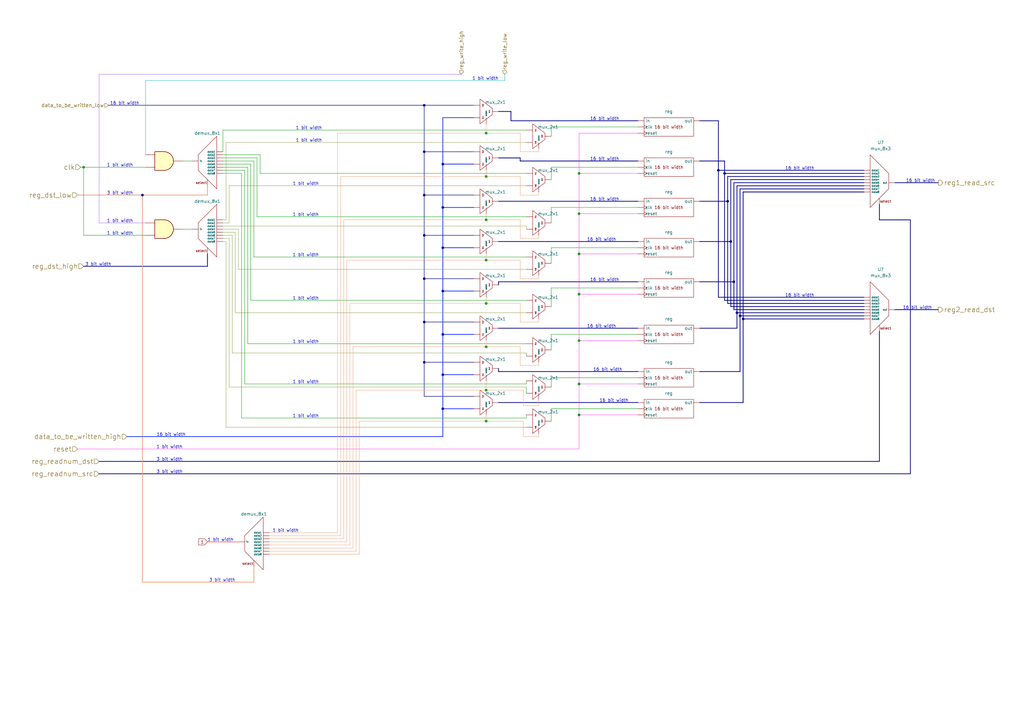
<source format=kicad_sch>
(kicad_sch (version 20211123) (generator eeschema)

  (uuid 11df5a6f-b0b9-4209-83d0-d62a8bfe9415)

  (paper "A3")

  (lib_symbols
    (symbol "4xxx:4081" (pin_numbers hide) (pin_names (offset 1.016) hide) (in_bom yes) (on_board yes)
      (property "Reference" "U" (id 0) (at 0 1.27 0)
        (effects (font (size 1.27 1.27)))
      )
      (property "Value" "4081" (id 1) (at 0 -1.27 0)
        (effects (font (size 1.27 1.27)))
      )
      (property "Footprint" "" (id 2) (at 0 0 0)
        (effects (font (size 1.27 1.27)) hide)
      )
      (property "Datasheet" "http://www.intersil.com/content/dam/Intersil/documents/cd40/cd4073bms-81bms-82bms.pdf" (id 3) (at 0 0 0)
        (effects (font (size 1.27 1.27)) hide)
      )
      (property "ki_locked" "" (id 4) (at 0 0 0)
        (effects (font (size 1.27 1.27)))
      )
      (property "ki_keywords" "CMOS And2" (id 5) (at 0 0 0)
        (effects (font (size 1.27 1.27)) hide)
      )
      (property "ki_description" "Quad And 2 inputs" (id 6) (at 0 0 0)
        (effects (font (size 1.27 1.27)) hide)
      )
      (property "ki_fp_filters" "DIP?14*" (id 7) (at 0 0 0)
        (effects (font (size 1.27 1.27)) hide)
      )
      (symbol "4081_1_1"
        (arc (start 0 -3.81) (mid 3.81 0) (end 0 3.81)
          (stroke (width 0.254) (type default) (color 0 0 0 0))
          (fill (type background))
        )
        (polyline
          (pts
            (xy 0 3.81)
            (xy -3.81 3.81)
            (xy -3.81 -3.81)
            (xy 0 -3.81)
          )
          (stroke (width 0.254) (type default) (color 0 0 0 0))
          (fill (type background))
        )
        (pin input line (at -7.62 2.54 0) (length 3.81)
          (name "~" (effects (font (size 1.27 1.27))))
          (number "1" (effects (font (size 1.27 1.27))))
        )
        (pin input line (at -7.62 -2.54 0) (length 3.81)
          (name "~" (effects (font (size 1.27 1.27))))
          (number "2" (effects (font (size 1.27 1.27))))
        )
        (pin output line (at 7.62 0 180) (length 3.81)
          (name "~" (effects (font (size 1.27 1.27))))
          (number "3" (effects (font (size 1.27 1.27))))
        )
      )
      (symbol "4081_1_2"
        (arc (start -3.81 -3.81) (mid -2.589 0) (end -3.81 3.81)
          (stroke (width 0.254) (type default) (color 0 0 0 0))
          (fill (type none))
        )
        (arc (start -0.6096 -3.81) (mid 2.1842 -2.5851) (end 3.81 0)
          (stroke (width 0.254) (type default) (color 0 0 0 0))
          (fill (type background))
        )
        (polyline
          (pts
            (xy -3.81 -3.81)
            (xy -0.635 -3.81)
          )
          (stroke (width 0.254) (type default) (color 0 0 0 0))
          (fill (type background))
        )
        (polyline
          (pts
            (xy -3.81 3.81)
            (xy -0.635 3.81)
          )
          (stroke (width 0.254) (type default) (color 0 0 0 0))
          (fill (type background))
        )
        (polyline
          (pts
            (xy -0.635 3.81)
            (xy -3.81 3.81)
            (xy -3.81 3.81)
            (xy -3.556 3.4036)
            (xy -3.0226 2.2606)
            (xy -2.6924 1.0414)
            (xy -2.6162 -0.254)
            (xy -2.7686 -1.4986)
            (xy -3.175 -2.7178)
            (xy -3.81 -3.81)
            (xy -3.81 -3.81)
            (xy -0.635 -3.81)
          )
          (stroke (width -25.4) (type default) (color 0 0 0 0))
          (fill (type background))
        )
        (arc (start 3.81 0) (mid 2.1915 2.5936) (end -0.6096 3.81)
          (stroke (width 0.254) (type default) (color 0 0 0 0))
          (fill (type background))
        )
        (pin input inverted (at -7.62 2.54 0) (length 4.318)
          (name "~" (effects (font (size 1.27 1.27))))
          (number "1" (effects (font (size 1.27 1.27))))
        )
        (pin input inverted (at -7.62 -2.54 0) (length 4.318)
          (name "~" (effects (font (size 1.27 1.27))))
          (number "2" (effects (font (size 1.27 1.27))))
        )
        (pin output inverted (at 7.62 0 180) (length 3.81)
          (name "~" (effects (font (size 1.27 1.27))))
          (number "3" (effects (font (size 1.27 1.27))))
        )
      )
      (symbol "4081_2_1"
        (arc (start 0 -3.81) (mid 3.81 0) (end 0 3.81)
          (stroke (width 0.254) (type default) (color 0 0 0 0))
          (fill (type background))
        )
        (polyline
          (pts
            (xy 0 3.81)
            (xy -3.81 3.81)
            (xy -3.81 -3.81)
            (xy 0 -3.81)
          )
          (stroke (width 0.254) (type default) (color 0 0 0 0))
          (fill (type background))
        )
        (pin output line (at 7.62 0 180) (length 3.81)
          (name "~" (effects (font (size 1.27 1.27))))
          (number "4" (effects (font (size 1.27 1.27))))
        )
        (pin input line (at -7.62 2.54 0) (length 3.81)
          (name "~" (effects (font (size 1.27 1.27))))
          (number "5" (effects (font (size 1.27 1.27))))
        )
        (pin input line (at -7.62 -2.54 0) (length 3.81)
          (name "~" (effects (font (size 1.27 1.27))))
          (number "6" (effects (font (size 1.27 1.27))))
        )
      )
      (symbol "4081_2_2"
        (arc (start -3.81 -3.81) (mid -2.589 0) (end -3.81 3.81)
          (stroke (width 0.254) (type default) (color 0 0 0 0))
          (fill (type none))
        )
        (arc (start -0.6096 -3.81) (mid 2.1842 -2.5851) (end 3.81 0)
          (stroke (width 0.254) (type default) (color 0 0 0 0))
          (fill (type background))
        )
        (polyline
          (pts
            (xy -3.81 -3.81)
            (xy -0.635 -3.81)
          )
          (stroke (width 0.254) (type default) (color 0 0 0 0))
          (fill (type background))
        )
        (polyline
          (pts
            (xy -3.81 3.81)
            (xy -0.635 3.81)
          )
          (stroke (width 0.254) (type default) (color 0 0 0 0))
          (fill (type background))
        )
        (polyline
          (pts
            (xy -0.635 3.81)
            (xy -3.81 3.81)
            (xy -3.81 3.81)
            (xy -3.556 3.4036)
            (xy -3.0226 2.2606)
            (xy -2.6924 1.0414)
            (xy -2.6162 -0.254)
            (xy -2.7686 -1.4986)
            (xy -3.175 -2.7178)
            (xy -3.81 -3.81)
            (xy -3.81 -3.81)
            (xy -0.635 -3.81)
          )
          (stroke (width -25.4) (type default) (color 0 0 0 0))
          (fill (type background))
        )
        (arc (start 3.81 0) (mid 2.1915 2.5936) (end -0.6096 3.81)
          (stroke (width 0.254) (type default) (color 0 0 0 0))
          (fill (type background))
        )
        (pin output inverted (at 7.62 0 180) (length 3.81)
          (name "~" (effects (font (size 1.27 1.27))))
          (number "4" (effects (font (size 1.27 1.27))))
        )
        (pin input inverted (at -7.62 2.54 0) (length 4.318)
          (name "~" (effects (font (size 1.27 1.27))))
          (number "5" (effects (font (size 1.27 1.27))))
        )
        (pin input inverted (at -7.62 -2.54 0) (length 4.318)
          (name "~" (effects (font (size 1.27 1.27))))
          (number "6" (effects (font (size 1.27 1.27))))
        )
      )
      (symbol "4081_3_1"
        (arc (start 0 -3.81) (mid 3.81 0) (end 0 3.81)
          (stroke (width 0.254) (type default) (color 0 0 0 0))
          (fill (type background))
        )
        (polyline
          (pts
            (xy 0 3.81)
            (xy -3.81 3.81)
            (xy -3.81 -3.81)
            (xy 0 -3.81)
          )
          (stroke (width 0.254) (type default) (color 0 0 0 0))
          (fill (type background))
        )
        (pin output line (at 7.62 0 180) (length 3.81)
          (name "~" (effects (font (size 1.27 1.27))))
          (number "10" (effects (font (size 1.27 1.27))))
        )
        (pin input line (at -7.62 2.54 0) (length 3.81)
          (name "~" (effects (font (size 1.27 1.27))))
          (number "8" (effects (font (size 1.27 1.27))))
        )
        (pin input line (at -7.62 -2.54 0) (length 3.81)
          (name "~" (effects (font (size 1.27 1.27))))
          (number "9" (effects (font (size 1.27 1.27))))
        )
      )
      (symbol "4081_3_2"
        (arc (start -3.81 -3.81) (mid -2.589 0) (end -3.81 3.81)
          (stroke (width 0.254) (type default) (color 0 0 0 0))
          (fill (type none))
        )
        (arc (start -0.6096 -3.81) (mid 2.1842 -2.5851) (end 3.81 0)
          (stroke (width 0.254) (type default) (color 0 0 0 0))
          (fill (type background))
        )
        (polyline
          (pts
            (xy -3.81 -3.81)
            (xy -0.635 -3.81)
          )
          (stroke (width 0.254) (type default) (color 0 0 0 0))
          (fill (type background))
        )
        (polyline
          (pts
            (xy -3.81 3.81)
            (xy -0.635 3.81)
          )
          (stroke (width 0.254) (type default) (color 0 0 0 0))
          (fill (type background))
        )
        (polyline
          (pts
            (xy -0.635 3.81)
            (xy -3.81 3.81)
            (xy -3.81 3.81)
            (xy -3.556 3.4036)
            (xy -3.0226 2.2606)
            (xy -2.6924 1.0414)
            (xy -2.6162 -0.254)
            (xy -2.7686 -1.4986)
            (xy -3.175 -2.7178)
            (xy -3.81 -3.81)
            (xy -3.81 -3.81)
            (xy -0.635 -3.81)
          )
          (stroke (width -25.4) (type default) (color 0 0 0 0))
          (fill (type background))
        )
        (arc (start 3.81 0) (mid 2.1915 2.5936) (end -0.6096 3.81)
          (stroke (width 0.254) (type default) (color 0 0 0 0))
          (fill (type background))
        )
        (pin output inverted (at 7.62 0 180) (length 3.81)
          (name "~" (effects (font (size 1.27 1.27))))
          (number "10" (effects (font (size 1.27 1.27))))
        )
        (pin input inverted (at -7.62 2.54 0) (length 4.318)
          (name "~" (effects (font (size 1.27 1.27))))
          (number "8" (effects (font (size 1.27 1.27))))
        )
        (pin input inverted (at -7.62 -2.54 0) (length 4.318)
          (name "~" (effects (font (size 1.27 1.27))))
          (number "9" (effects (font (size 1.27 1.27))))
        )
      )
      (symbol "4081_4_1"
        (arc (start 0 -3.81) (mid 3.81 0) (end 0 3.81)
          (stroke (width 0.254) (type default) (color 0 0 0 0))
          (fill (type background))
        )
        (polyline
          (pts
            (xy 0 3.81)
            (xy -3.81 3.81)
            (xy -3.81 -3.81)
            (xy 0 -3.81)
          )
          (stroke (width 0.254) (type default) (color 0 0 0 0))
          (fill (type background))
        )
        (pin output line (at 7.62 0 180) (length 3.81)
          (name "~" (effects (font (size 1.27 1.27))))
          (number "11" (effects (font (size 1.27 1.27))))
        )
        (pin input line (at -7.62 2.54 0) (length 3.81)
          (name "~" (effects (font (size 1.27 1.27))))
          (number "12" (effects (font (size 1.27 1.27))))
        )
        (pin input line (at -7.62 -2.54 0) (length 3.81)
          (name "~" (effects (font (size 1.27 1.27))))
          (number "13" (effects (font (size 1.27 1.27))))
        )
      )
      (symbol "4081_4_2"
        (arc (start -3.81 -3.81) (mid -2.589 0) (end -3.81 3.81)
          (stroke (width 0.254) (type default) (color 0 0 0 0))
          (fill (type none))
        )
        (arc (start -0.6096 -3.81) (mid 2.1842 -2.5851) (end 3.81 0)
          (stroke (width 0.254) (type default) (color 0 0 0 0))
          (fill (type background))
        )
        (polyline
          (pts
            (xy -3.81 -3.81)
            (xy -0.635 -3.81)
          )
          (stroke (width 0.254) (type default) (color 0 0 0 0))
          (fill (type background))
        )
        (polyline
          (pts
            (xy -3.81 3.81)
            (xy -0.635 3.81)
          )
          (stroke (width 0.254) (type default) (color 0 0 0 0))
          (fill (type background))
        )
        (polyline
          (pts
            (xy -0.635 3.81)
            (xy -3.81 3.81)
            (xy -3.81 3.81)
            (xy -3.556 3.4036)
            (xy -3.0226 2.2606)
            (xy -2.6924 1.0414)
            (xy -2.6162 -0.254)
            (xy -2.7686 -1.4986)
            (xy -3.175 -2.7178)
            (xy -3.81 -3.81)
            (xy -3.81 -3.81)
            (xy -0.635 -3.81)
          )
          (stroke (width -25.4) (type default) (color 0 0 0 0))
          (fill (type background))
        )
        (arc (start 3.81 0) (mid 2.1915 2.5936) (end -0.6096 3.81)
          (stroke (width 0.254) (type default) (color 0 0 0 0))
          (fill (type background))
        )
        (pin output inverted (at 7.62 0 180) (length 3.81)
          (name "~" (effects (font (size 1.27 1.27))))
          (number "11" (effects (font (size 1.27 1.27))))
        )
        (pin input inverted (at -7.62 2.54 0) (length 4.318)
          (name "~" (effects (font (size 1.27 1.27))))
          (number "12" (effects (font (size 1.27 1.27))))
        )
        (pin input inverted (at -7.62 -2.54 0) (length 4.318)
          (name "~" (effects (font (size 1.27 1.27))))
          (number "13" (effects (font (size 1.27 1.27))))
        )
      )
      (symbol "4081_5_0"
        (pin power_in line (at 0 12.7 270) (length 5.08)
          (name "VDD" (effects (font (size 1.27 1.27))))
          (number "14" (effects (font (size 1.27 1.27))))
        )
        (pin power_in line (at 0 -12.7 90) (length 5.08)
          (name "VSS" (effects (font (size 1.27 1.27))))
          (number "7" (effects (font (size 1.27 1.27))))
        )
      )
      (symbol "4081_5_1"
        (rectangle (start -5.08 7.62) (end 5.08 -7.62)
          (stroke (width 0.254) (type default) (color 0 0 0 0))
          (fill (type background))
        )
      )
    )
    (symbol "computerArchProj:demux_8x1" (in_bom yes) (on_board yes)
      (property "Reference" "U" (id 0) (at 0 10.16 0)
        (effects (font (size 1.27 1.27)))
      )
      (property "Value" "demux_8x1" (id 1) (at 10.16 -8.89 0)
        (effects (font (size 1.27 1.27)))
      )
      (property "Footprint" "" (id 2) (at 0 0 0)
        (effects (font (size 1.27 1.27)) hide)
      )
      (property "Datasheet" "" (id 3) (at 0 0 0)
        (effects (font (size 1.27 1.27)) hide)
      )
      (symbol "demux_8x1_0_0"
        (polyline
          (pts
            (xy 3.81 8.89)
            (xy 3.81 -8.89)
            (xy -3.81 -1.27)
            (xy -3.81 5.08)
            (xy 3.81 12.7)
            (xy 3.81 8.89)
          )
          (stroke (width 0) (type default) (color 0 0 0 0))
          (fill (type none))
        )
        (text "select" (at -2.54 -6.35 0)
          (effects (font (size 1 1)))
        )
      )
      (symbol "demux_8x1_1_1"
        (pin input line (at 0 -7.62 90) (length 2.54)
          (name "" (effects (font (size 0.75 0.75))))
          (number "" (effects (font (size 1.27 1.27))))
        )
        (pin input line (at 6.35 6.35 180) (length 2.54)
          (name "data1" (effects (font (size 0.75 0.75))))
          (number "" (effects (font (size 1.27 1.27))))
        )
        (pin input line (at 6.35 5.08 180) (length 2.54)
          (name "data2" (effects (font (size 0.75 0.75))))
          (number "" (effects (font (size 1.27 1.27))))
        )
        (pin input line (at 6.35 3.81 180) (length 2.54)
          (name "data3" (effects (font (size 0.75 0.75))))
          (number "" (effects (font (size 1.27 1.27))))
        )
        (pin input line (at 6.35 2.54 180) (length 2.54)
          (name "data4" (effects (font (size 0.75 0.75))))
          (number "" (effects (font (size 1.27 1.27))))
        )
        (pin input line (at 6.35 1.27 180) (length 2.54)
          (name "data5" (effects (font (size 0.75 0.75))))
          (number "" (effects (font (size 1.27 1.27))))
        )
        (pin input line (at 6.35 0 180) (length 2.54)
          (name "data6" (effects (font (size 0.75 0.75))))
          (number "" (effects (font (size 1.27 1.27))))
        )
        (pin input line (at 6.35 -1.27 180) (length 2.54)
          (name "data7" (effects (font (size 0.75 0.75))))
          (number "" (effects (font (size 1.27 1.27))))
        )
        (pin input line (at 6.35 -2.54 180) (length 2.54)
          (name "data8" (effects (font (size 0.75 0.75))))
          (number "" (effects (font (size 1.27 1.27))))
        )
        (pin output line (at -6.35 2.54 0) (length 2.54)
          (name "in" (effects (font (size 0.75 0.75))))
          (number "" (effects (font (size 1.27 1.27))))
        )
      )
    )
    (symbol "computerArchProj:mux_2x1" (in_bom yes) (on_board yes)
      (property "Reference" "U" (id 0) (at 0 10.16 0)
        (effects (font (size 1.27 1.27)))
      )
      (property "Value" "mux_2x1" (id 1) (at 0 6.35 0)
        (effects (font (size 0.5 0.5)))
      )
      (property "Footprint" "" (id 2) (at 26.67 5.08 0)
        (effects (font (size 1.27 1.27)) hide)
      )
      (property "Datasheet" "" (id 3) (at 26.67 5.08 0)
        (effects (font (size 1.27 1.27)) hide)
      )
      (symbol "mux_2x1_0_0"
        (text "in0" (at -2.54 3.81 0)
          (effects (font (size 0.5 0.5)))
        )
        (text "in1" (at 2.54 3.81 0)
          (effects (font (size 0.5 0.5)))
        )
        (text "out" (at 0 1.27 0)
          (effects (font (size 0.5 0.5)))
        )
      )
      (symbol "mux_2x1_0_1"
        (polyline
          (pts
            (xy -1.27 5.08)
            (xy 5.08 5.08)
            (xy 1.27 0)
            (xy -1.27 0)
            (xy -5.08 5.08)
            (xy -1.27 5.08)
          )
          (stroke (width 0) (type default) (color 0 0 0 0))
          (fill (type none))
        )
      )
      (symbol "mux_2x1_1_1"
        (pin input line (at -2.54 7.62 270) (length 2.54)
          (name "" (effects (font (size 0.5 0.5))))
          (number "" (effects (font (size 1.27 1.27))))
        )
        (pin output line (at 0 -2.54 90) (length 2.54)
          (name "" (effects (font (size 1.27 1.27))))
          (number "" (effects (font (size 1.27 1.27))))
        )
        (pin input line (at 2.54 7.62 270) (length 2.54)
          (name "" (effects (font (size 0.5 0.5))))
          (number "" (effects (font (size 1.27 1.27))))
        )
        (pin input line (at -5.08 2.54 0) (length 2.54)
          (name "select" (effects (font (size 0.5 0.5))))
          (number "" (effects (font (size 1.27 1.27))))
        )
      )
    )
    (symbol "computerArchProj:mux_8x3" (in_bom yes) (on_board yes)
      (property "Reference" "U" (id 0) (at -5.08 15.24 0)
        (effects (font (size 1.27 1.27)))
      )
      (property "Value" "mux_8x3" (id 1) (at 7.62 0 0)
        (effects (font (size 1.27 1.27)))
      )
      (property "Footprint" "" (id 2) (at 0 0 0)
        (effects (font (size 1.27 1.27)) hide)
      )
      (property "Datasheet" "" (id 3) (at 0 0 0)
        (effects (font (size 1.27 1.27)) hide)
      )
      (symbol "mux_8x3_0_0"
        (polyline
          (pts
            (xy -3.81 12.7)
            (xy -3.81 -5.08)
            (xy 3.81 2.54)
            (xy 3.81 8.89)
            (xy -3.81 16.51)
            (xy -3.81 12.7)
          )
          (stroke (width 0) (type default) (color 0 0 0 0))
          (fill (type none))
        )
        (text "select" (at 2.54 -2.54 0)
          (effects (font (size 1 1)))
        )
      )
      (symbol "mux_8x3_1_1"
        (pin input line (at 0 -3.81 90) (length 2.54)
          (name "" (effects (font (size 0.75 0.75))))
          (number "" (effects (font (size 1.27 1.27))))
        )
        (pin input line (at -6.35 10.16 0) (length 2.54)
          (name "data1" (effects (font (size 0.75 0.75))))
          (number "" (effects (font (size 1.27 1.27))))
        )
        (pin input line (at -6.35 8.89 0) (length 2.54)
          (name "data2" (effects (font (size 0.75 0.75))))
          (number "" (effects (font (size 1.27 1.27))))
        )
        (pin input line (at -6.35 7.62 0) (length 2.54)
          (name "data3" (effects (font (size 0.75 0.75))))
          (number "" (effects (font (size 1.27 1.27))))
        )
        (pin input line (at -6.35 6.35 0) (length 2.54)
          (name "data4" (effects (font (size 0.75 0.75))))
          (number "" (effects (font (size 1.27 1.27))))
        )
        (pin input line (at -6.35 5.08 0) (length 2.54)
          (name "data5" (effects (font (size 0.75 0.75))))
          (number "" (effects (font (size 1.27 1.27))))
        )
        (pin input line (at -6.35 3.81 0) (length 2.54)
          (name "data6" (effects (font (size 0.75 0.75))))
          (number "" (effects (font (size 1.27 1.27))))
        )
        (pin input line (at -6.35 2.54 0) (length 2.54)
          (name "data7" (effects (font (size 0.75 0.75))))
          (number "" (effects (font (size 1.27 1.27))))
        )
        (pin input line (at -6.35 1.27 0) (length 2.54)
          (name "data8" (effects (font (size 0.75 0.75))))
          (number "" (effects (font (size 1.27 1.27))))
        )
        (pin output line (at 6.35 5.08 180) (length 2.54)
          (name "out" (effects (font (size 0.75 0.75))))
          (number "" (effects (font (size 1.27 1.27))))
        )
      )
    )
    (symbol "computerArchProj:reg" (in_bom yes) (on_board yes)
      (property "Reference" "U" (id 0) (at 0 5.08 0)
        (effects (font (size 1.27 1.27)))
      )
      (property "Value" "reg" (id 1) (at 0 -5.08 0)
        (effects (font (size 1.27 1.27)))
      )
      (property "Footprint" "" (id 2) (at 0 2.54 0)
        (effects (font (size 1.27 1.27)) hide)
      )
      (property "Datasheet" "" (id 3) (at 0 2.54 0)
        (effects (font (size 1.27 1.27)) hide)
      )
      (symbol "reg_0_0"
        (rectangle (start -10.16 3.81) (end 10.16 -3.81)
          (stroke (width 0) (type default) (color 0 0 0 0))
          (fill (type none))
        )
        (text "16 bit width" (at 0 0 0)
          (effects (font (size 1.27 1.27)))
        )
      )
      (symbol "reg_1_1"
        (pin input clock (at -12.7 0 0) (length 2.54)
          (name "clk" (effects (font (size 1.27 1.27))))
          (number "" (effects (font (size 1.27 1.27))))
        )
        (pin input line (at -12.7 2.54 0) (length 2.54)
          (name "in" (effects (font (size 1.27 1.27))))
          (number "" (effects (font (size 1.27 1.27))))
        )
        (pin output line (at 12.7 2.54 180) (length 2.54)
          (name "out" (effects (font (size 1.27 1.27))))
          (number "" (effects (font (size 1.27 1.27))))
        )
        (pin input clock (at -12.7 -2.54 0) (length 2.54)
          (name "reset" (effects (font (size 1.27 1.27))))
          (number "" (effects (font (size 1.27 1.27))))
        )
      )
    )
    (symbol "mux_2x1_1" (in_bom yes) (on_board yes)
      (property "Reference" "U" (id 0) (at 0 10.16 0)
        (effects (font (size 1.27 1.27)))
      )
      (property "Value" "mux_2x1_1" (id 1) (at 0 6.35 0)
        (effects (font (size 0.5 0.5)))
      )
      (property "Footprint" "" (id 2) (at 26.67 5.08 0)
        (effects (font (size 1.27 1.27)) hide)
      )
      (property "Datasheet" "" (id 3) (at 26.67 5.08 0)
        (effects (font (size 1.27 1.27)) hide)
      )
      (symbol "mux_2x1_1_0_0"
        (text "in1" (at -2.54 3.81 0)
          (effects (font (size 0.5 0.5)))
        )
        (text "in2" (at 2.54 3.81 0)
          (effects (font (size 0.5 0.5)))
        )
        (text "out" (at 0 1.27 0)
          (effects (font (size 0.5 0.5)))
        )
      )
      (symbol "mux_2x1_1_0_1"
        (polyline
          (pts
            (xy -1.27 5.08)
            (xy 5.08 5.08)
            (xy 1.27 0)
            (xy -1.27 0)
            (xy -5.08 5.08)
            (xy -1.27 5.08)
          )
          (stroke (width 0) (type default) (color 0 0 0 0))
          (fill (type none))
        )
      )
      (symbol "mux_2x1_1_1_1"
        (pin input line (at -2.54 7.62 270) (length 2.54)
          (name "" (effects (font (size 0.5 0.5))))
          (number "" (effects (font (size 1.27 1.27))))
        )
        (pin output line (at 0 -2.54 90) (length 2.54)
          (name "" (effects (font (size 1.27 1.27))))
          (number "" (effects (font (size 1.27 1.27))))
        )
        (pin input line (at 2.54 7.62 270) (length 2.54)
          (name "" (effects (font (size 0.5 0.5))))
          (number "" (effects (font (size 1.27 1.27))))
        )
        (pin input line (at -5.08 2.54 0) (length 2.54)
          (name "select" (effects (font (size 0.5 0.5))))
          (number "" (effects (font (size 1.27 1.27))))
        )
      )
    )
  )

  (junction (at 181.61 85.09) (diameter 0) (color 0 0 0 0)
    (uuid 07ae6f78-9330-4016-b3c3-5130a0ce629d)
  )
  (junction (at 199.39 124.46) (diameter 0) (color 0 0 0 0)
    (uuid 1d2ff429-8786-4cb3-a4f4-13418426c071)
  )
  (junction (at 173.99 96.52) (diameter 0) (color 0 0 0 0)
    (uuid 22dd2b99-0da5-47a4-a4fa-53e170e6c1ab)
  )
  (junction (at 299.72 99.06) (diameter 0) (color 0 0 0 0)
    (uuid 2a274f8b-cf84-4958-bfc5-da3cc99852f1)
  )
  (junction (at 181.61 119.38) (diameter 0) (color 0 0 0 0)
    (uuid 3275bc62-75fd-48e5-979a-092ddaf5be1d)
  )
  (junction (at 173.99 114.3) (diameter 0) (color 0 0 0 0)
    (uuid 36b6325f-b8d2-4898-b49d-06f607b34b64)
  )
  (junction (at 237.49 157.48) (diameter 0) (color 0 0 0 0)
    (uuid 3855aad6-05b2-44b9-a184-4994ccad394d)
  )
  (junction (at 304.8 130.81) (diameter 0) (color 0 0 0 0)
    (uuid 3c4004ab-3300-497c-b8e5-ab56c9040313)
  )
  (junction (at 181.61 67.31) (diameter 0) (color 0 0 0 0)
    (uuid 476220e3-b995-4e71-826b-b78b6bba4bd7)
  )
  (junction (at 199.39 142.24) (diameter 0) (color 0 0 0 0)
    (uuid 4b247741-f851-4134-9376-f1193031d618)
  )
  (junction (at 199.39 160.02) (diameter 0) (color 0 0 0 0)
    (uuid 4c1bd1da-cad2-4918-b483-9c1a53f0fe48)
  )
  (junction (at 303.53 129.54) (diameter 0) (color 0 0 0 0)
    (uuid 4ed93433-2b2b-488e-a974-3987a16bde2e)
  )
  (junction (at 173.99 148.59) (diameter 0) (color 0 0 0 0)
    (uuid 5678f5e3-53b6-4baf-bb31-12db1098ea52)
  )
  (junction (at 294.64 69.85) (diameter 0) (color 0 0 0 0)
    (uuid 671e662b-c8c5-4809-a082-d1fb44f5b97d)
  )
  (junction (at 237.49 170.18) (diameter 0) (color 0 0 0 0)
    (uuid 69ffdc4b-ec74-4e13-893b-d8210deec150)
  )
  (junction (at 199.39 54.61) (diameter 0) (color 0 0 0 0)
    (uuid 7fed04d5-091e-4cbf-b44e-a5654fe37ab0)
  )
  (junction (at 58.42 80.01) (diameter 0) (color 0 0 0 0)
    (uuid 8840c04f-8c5e-482d-b4f3-7eade23b35f7)
  )
  (junction (at 199.39 172.72) (diameter 0) (color 0 0 0 0)
    (uuid 897162dd-43de-4940-9cdf-082700dffb41)
  )
  (junction (at 181.61 101.6) (diameter 0) (color 0 0 0 0)
    (uuid 89b2f76f-70fa-45a5-8faa-9810f7eaa1d6)
  )
  (junction (at 300.99 115.57) (diameter 0) (color 0 0 0 0)
    (uuid 99c164ef-3d53-4f1f-a6aa-fcf874e00bb4)
  )
  (junction (at 199.39 72.39) (diameter 0) (color 0 0 0 0)
    (uuid 9baa5c91-7ddd-462b-9125-7d927d0cbe6f)
  )
  (junction (at 302.26 128.27) (diameter 0) (color 0 0 0 0)
    (uuid a195e9ec-2285-4fed-bcec-d10dc0afcf11)
  )
  (junction (at 173.99 62.23) (diameter 0) (color 0 0 0 0)
    (uuid a6db23ea-0b7b-4caf-8e13-db848da6ec07)
  )
  (junction (at 237.49 71.12) (diameter 0) (color 0 0 0 0)
    (uuid a85d930f-1dcc-4ba5-83d1-b3d6481e42d5)
  )
  (junction (at 173.99 43.18) (diameter 0) (color 0 0 0 0)
    (uuid a8e2753d-154d-4456-b4d4-93df8eba27d4)
  )
  (junction (at 181.61 153.67) (diameter 0) (color 0 0 0 0)
    (uuid b5311356-3086-496d-90a5-1868e1d546db)
  )
  (junction (at 173.99 80.01) (diameter 0) (color 0 0 0 0)
    (uuid b86e4066-8c54-46d0-8804-f634421f9df5)
  )
  (junction (at 237.49 104.14) (diameter 0) (color 0 0 0 0)
    (uuid c9c5b34e-5c04-4a7b-aa8f-b9219a3a3bc4)
  )
  (junction (at 173.99 132.08) (diameter 0) (color 0 0 0 0)
    (uuid cccfc4fd-c7c9-4d75-a05a-e6f236134620)
  )
  (junction (at 297.18 71.12) (diameter 0) (color 0 0 0 0)
    (uuid cfa35166-670b-47b8-b3bb-9f145104bd6a)
  )
  (junction (at 199.39 106.68) (diameter 0) (color 0 0 0 0)
    (uuid d1616740-a50d-44db-bc34-60ed1fd30b13)
  )
  (junction (at 34.29 68.58) (diameter 0) (color 0 0 0 0)
    (uuid d1ee15ab-d587-4e36-ade5-395ef2999548)
  )
  (junction (at 298.45 82.55) (diameter 0) (color 0 0 0 0)
    (uuid d825ece6-1f8f-4f57-98c8-05a4143bb424)
  )
  (junction (at 237.49 87.63) (diameter 0) (color 0 0 0 0)
    (uuid d9659d03-6653-41a6-92cb-995d37ba608e)
  )
  (junction (at 181.61 167.64) (diameter 0) (color 0 0 0 0)
    (uuid dafc0f9d-337d-419e-968f-6b72a7d2d9ea)
  )
  (junction (at 181.61 137.16) (diameter 0) (color 0 0 0 0)
    (uuid db8fd530-00a1-4466-a63c-b84619ee822b)
  )
  (junction (at 199.39 90.17) (diameter 0) (color 0 0 0 0)
    (uuid f06187ab-f559-4d1a-a260-9a027027d829)
  )
  (junction (at 237.49 139.7) (diameter 0) (color 0 0 0 0)
    (uuid fab1216e-1490-4dfe-bfbf-2b0066f47b0d)
  )
  (junction (at 237.49 120.65) (diameter 0) (color 0 0 0 0)
    (uuid fb331381-5fa0-4c81-9145-0d762a238f29)
  )

  (bus (pts (xy 181.61 179.07) (xy 181.61 167.64))
    (stroke (width 0) (type default) (color 26 46 255 1))
    (uuid 00a949ed-8956-4fc2-b3f1-ff5a678470ca)
  )
  (bus (pts (xy 287.02 66.04) (xy 297.18 66.04))
    (stroke (width 0) (type default) (color 0 0 0 0))
    (uuid 0230d6cd-a0fe-470e-8bdc-0ac2d3b9bb91)
  )
  (bus (pts (xy 181.61 153.67) (xy 181.61 137.16))
    (stroke (width 0) (type default) (color 26 46 255 1))
    (uuid 05d53439-d91e-41e4-956b-ee24f4661ecb)
  )

  (wire (pts (xy 93.98 91.44) (xy 93.98 76.2))
    (stroke (width 0) (type default) (color 134 155 70 1))
    (uuid 08325ccf-36d9-4030-ad59-2793c64643d9)
  )
  (wire (pts (xy 213.36 114.3) (xy 220.98 114.3))
    (stroke (width 0) (type default) (color 234 159 118 1))
    (uuid 08db6812-27a7-4b27-bfca-64bc25f21e67)
  )
  (wire (pts (xy 59.69 63.5) (xy 59.69 33.02))
    (stroke (width 0) (type default) (color 0 179 190 1))
    (uuid 094d0a12-6588-4277-aaaa-1c6018865b19)
  )
  (bus (pts (xy 287.02 99.06) (xy 299.72 99.06))
    (stroke (width 0) (type default) (color 0 0 0 0))
    (uuid 09a38da6-21bc-494e-90ea-4d1765b5d948)
  )

  (wire (pts (xy 213.36 124.46) (xy 213.36 132.08))
    (stroke (width 0) (type default) (color 234 159 118 1))
    (uuid 0a0b1544-c2f5-4f07-95b7-ba89d96be837)
  )
  (wire (pts (xy 237.49 71.12) (xy 237.49 54.61))
    (stroke (width 0.15) (type default) (color 252 38 255 1))
    (uuid 0a48f93e-e974-4889-bd27-3f58f8718071)
  )
  (wire (pts (xy 226.06 52.07) (xy 226.06 55.88))
    (stroke (width 0) (type default) (color 0 0 0 0))
    (uuid 0a9781d2-59ba-40c7-b292-0df032411050)
  )
  (wire (pts (xy 215.9 92.71) (xy 215.9 93.98))
    (stroke (width 0) (type default) (color 134 155 70 1))
    (uuid 0d5c55a7-8e57-4b19-9a9f-d1761a4319bb)
  )
  (wire (pts (xy 101.6 68.58) (xy 101.6 140.97))
    (stroke (width 0) (type default) (color 0 0 0 0))
    (uuid 0da76e60-c2e0-482c-a381-1ed6a2a98586)
  )
  (bus (pts (xy 104.14 232.41) (xy 104.14 238.76))
    (stroke (width 0) (type default) (color 234 159 118 1))
    (uuid 0e003a98-9564-4557-bbbf-8e3414a6bffe)
  )
  (bus (pts (xy 367.03 127) (xy 384.81 127))
    (stroke (width 0) (type default) (color 0 0 0 0))
    (uuid 0e65249f-c29f-4c0e-afe5-58eaaea102a4)
  )
  (bus (pts (xy 287.02 165.1) (xy 304.8 165.1))
    (stroke (width 0) (type default) (color 0 0 0 0))
    (uuid 0f4717de-e62d-4f0f-8519-32eb3fbc2c99)
  )
  (bus (pts (xy 173.99 62.23) (xy 173.99 80.01))
    (stroke (width 0) (type default) (color 76 80 164 1))
    (uuid 11234f99-0383-470a-83e7-66343e8194cd)
  )

  (wire (pts (xy 237.49 157.48) (xy 237.49 170.18))
    (stroke (width 0.15) (type default) (color 255 47 235 1))
    (uuid 12f34755-666f-4c5d-ace9-f1dc11d1114c)
  )
  (wire (pts (xy 199.39 156.21) (xy 199.39 160.02))
    (stroke (width 0) (type default) (color 234 159 118 1))
    (uuid 13da129d-051e-425a-bc56-fa310d3faab4)
  )
  (bus (pts (xy 373.38 90.17) (xy 360.68 90.17))
    (stroke (width 0) (type default) (color 0 0 0 0))
    (uuid 1413d968-6dd0-4a24-8165-5ecb68645be3)
  )

  (wire (pts (xy 140.97 90.17) (xy 199.39 90.17))
    (stroke (width 0) (type default) (color 234 159 118 1))
    (uuid 1431a36c-561c-46e3-a337-473f572ac578)
  )
  (bus (pts (xy 298.45 124.46) (xy 354.33 124.46))
    (stroke (width 0) (type default) (color 0 0 0 0))
    (uuid 14c74a59-958b-434a-9489-da89ab72b9d0)
  )
  (bus (pts (xy 44.45 43.18) (xy 173.99 43.18))
    (stroke (width 0) (type default) (color 76 80 164 1))
    (uuid 17ec9eb8-33c7-4328-ba8c-e2dcaef715cc)
  )
  (bus (pts (xy 213.36 66.04) (xy 213.36 64.77))
    (stroke (width 0) (type default) (color 0 0 0 0))
    (uuid 17f75d75-6501-4eeb-befe-62ded3db23d8)
  )

  (wire (pts (xy 226.06 118.11) (xy 261.62 118.11))
    (stroke (width 0) (type default) (color 0 0 0 0))
    (uuid 19fb196f-6508-4936-a32e-02c507e895f3)
  )
  (bus (pts (xy 204.47 115.57) (xy 204.47 116.84))
    (stroke (width 0) (type default) (color 0 0 0 0))
    (uuid 1a7abd62-1319-423c-b98a-4cc83913f748)
  )
  (bus (pts (xy 31.75 80.01) (xy 58.42 80.01))
    (stroke (width 0) (type default) (color 234 159 118 1))
    (uuid 1c384bf3-2906-4eab-8a66-a5a80326777e)
  )
  (bus (pts (xy 181.61 153.67) (xy 194.31 153.67))
    (stroke (width 0) (type default) (color 26 46 255 1))
    (uuid 1cbf0021-a7ec-4542-b2a6-44e8f9426912)
  )
  (bus (pts (xy 299.72 99.06) (xy 299.72 125.73))
    (stroke (width 0) (type default) (color 0 0 0 0))
    (uuid 1cddc2d1-55f6-441c-9253-e79f20d07946)
  )

  (wire (pts (xy 91.44 69.85) (xy 100.33 69.85))
    (stroke (width 0) (type default) (color 0 0 0 0))
    (uuid 1ce1363b-d7cf-4c8c-9a48-4d1c7a49d303)
  )
  (wire (pts (xy 147.32 227.33) (xy 147.32 172.72))
    (stroke (width 0) (type default) (color 234 159 118 1))
    (uuid 1e164fa7-6137-4986-bf16-6f0f71ab7902)
  )
  (bus (pts (xy 181.61 48.26) (xy 194.31 48.26))
    (stroke (width 0) (type default) (color 26 46 255 1))
    (uuid 2213728c-b993-4c06-b2a0-61e5cc3e48a1)
  )

  (wire (pts (xy 100.33 157.48) (xy 215.9 157.48))
    (stroke (width 0) (type default) (color 0 0 0 0))
    (uuid 22656269-afc4-4eac-be2e-67ad524294c5)
  )
  (wire (pts (xy 91.44 97.79) (xy 93.98 97.79))
    (stroke (width 0) (type default) (color 134 155 70 1))
    (uuid 252ece7e-ff67-4f6e-bf3d-7ec3a6e18fd1)
  )
  (bus (pts (xy 303.53 129.54) (xy 354.33 129.54))
    (stroke (width 0) (type default) (color 0 0 0 0))
    (uuid 27414b4e-f426-4246-b842-566b51df853c)
  )
  (bus (pts (xy 298.45 82.55) (xy 298.45 72.39))
    (stroke (width 0) (type default) (color 0 0 0 0))
    (uuid 281d5040-b6e3-4d5d-b556-7c6893bde671)
  )
  (bus (pts (xy 181.61 67.31) (xy 181.61 48.26))
    (stroke (width 0) (type default) (color 26 46 255 1))
    (uuid 29ee9829-d324-4340-a528-5a287ce522cf)
  )

  (wire (pts (xy 199.39 90.17) (xy 213.36 90.17))
    (stroke (width 0) (type default) (color 234 159 118 1))
    (uuid 2b78edde-4796-4847-9d4b-2de02dc99005)
  )
  (bus (pts (xy 173.99 148.59) (xy 173.99 162.56))
    (stroke (width 0) (type default) (color 76 80 164 1))
    (uuid 2c59232a-84db-4fd0-b9b5-d05f937f369f)
  )

  (wire (pts (xy 261.62 157.48) (xy 237.49 157.48))
    (stroke (width 0.15) (type default) (color 255 47 235 1))
    (uuid 2c6f6f89-a5b0-4638-8ff9-677ef18804df)
  )
  (wire (pts (xy 199.39 124.46) (xy 213.36 124.46))
    (stroke (width 0) (type default) (color 234 159 118 1))
    (uuid 2e1862b3-a402-4a0b-a527-92428f294160)
  )
  (bus (pts (xy 173.99 114.3) (xy 173.99 132.08))
    (stroke (width 0) (type default) (color 76 80 164 1))
    (uuid 2f85fd59-8d5c-4c06-9f61-4a39e5b0ffb9)
  )

  (wire (pts (xy 92.71 175.26) (xy 215.9 175.26))
    (stroke (width 0) (type default) (color 134 155 70 1))
    (uuid 3073d202-9881-4d67-9d74-09b2445ad836)
  )
  (bus (pts (xy 181.61 119.38) (xy 181.61 101.6))
    (stroke (width 0) (type default) (color 26 46 255 1))
    (uuid 30a15a13-e5f6-4450-b4f7-36f20f2684be)
  )

  (wire (pts (xy 40.64 30.48) (xy 40.64 91.44))
    (stroke (width 0) (type default) (color 156 91 255 1))
    (uuid 3232bbd5-c93d-48e7-b4e9-e8dbcb748dd4)
  )
  (wire (pts (xy 110.49 226.06) (xy 146.05 226.06))
    (stroke (width 0) (type default) (color 234 159 118 1))
    (uuid 33710074-0576-4663-9ae5-0f3a8e662fbd)
  )
  (bus (pts (xy 173.99 132.08) (xy 194.31 132.08))
    (stroke (width 0) (type default) (color 76 80 164 1))
    (uuid 3458847c-aa81-46ab-be59-6f45f6782087)
  )

  (wire (pts (xy 215.9 157.48) (xy 215.9 156.21))
    (stroke (width 0) (type default) (color 0 0 0 0))
    (uuid 347cb928-4f3d-4b8b-8697-06035e5153fd)
  )
  (bus (pts (xy 173.99 43.18) (xy 173.99 62.23))
    (stroke (width 0) (type default) (color 76 80 164 1))
    (uuid 352fbc63-0282-4b9d-baf2-b6f6d271b470)
  )
  (bus (pts (xy 173.99 80.01) (xy 173.99 96.52))
    (stroke (width 0) (type default) (color 76 80 164 1))
    (uuid 37096881-31a0-41a2-b7ea-c97976e3f8ed)
  )
  (bus (pts (xy 303.53 152.4) (xy 303.53 129.54))
    (stroke (width 0) (type default) (color 0 0 0 0))
    (uuid 37c50951-5273-4103-8541-cebc3884de4c)
  )

  (wire (pts (xy 237.49 54.61) (xy 261.62 54.61))
    (stroke (width 0.15) (type default) (color 252 38 255 1))
    (uuid 37effb16-48ab-4c8d-806c-18cd15a3d82a)
  )
  (wire (pts (xy 226.06 125.73) (xy 226.06 118.11))
    (stroke (width 0) (type default) (color 0 0 0 0))
    (uuid 39356436-24cf-48db-92fb-1f9e3dc8e5cb)
  )
  (wire (pts (xy 226.06 143.51) (xy 226.06 137.16))
    (stroke (width 0) (type default) (color 0 0 0 0))
    (uuid 39b15909-fcb9-4891-afcd-732029380367)
  )
  (wire (pts (xy 207.01 30.48) (xy 207.01 33.02))
    (stroke (width 0) (type default) (color 0 179 190 1))
    (uuid 3e900ebe-c72d-4a62-af1c-e3e40fe9192a)
  )
  (bus (pts (xy 294.64 49.53) (xy 294.64 69.85))
    (stroke (width 0) (type default) (color 0 0 0 0))
    (uuid 405a5b15-7bf9-49f9-9991-1f0aafc9f42b)
  )
  (bus (pts (xy 204.47 152.4) (xy 261.62 152.4))
    (stroke (width 0) (type default) (color 0 0 0 0))
    (uuid 4126cab6-db42-47de-ba58-b5967de08f50)
  )
  (bus (pts (xy 204.47 115.57) (xy 261.62 115.57))
    (stroke (width 0) (type default) (color 0 0 0 0))
    (uuid 414bbe86-a3ab-4a51-8dbf-1b277001bd39)
  )

  (wire (pts (xy 199.39 50.8) (xy 199.39 54.61))
    (stroke (width 0) (type default) (color 234 159 118 1))
    (uuid 4164f8f4-7be4-4208-a013-c7611d51a470)
  )
  (bus (pts (xy 299.72 99.06) (xy 299.72 73.66))
    (stroke (width 0) (type default) (color 0 0 0 0))
    (uuid 41c2dbbb-49cc-481d-87c3-437aea7fa989)
  )

  (wire (pts (xy 91.44 99.06) (xy 92.71 99.06))
    (stroke (width 0) (type default) (color 134 155 70 1))
    (uuid 41e63bd9-c5d6-4ce5-a8f7-e9cd8137dc67)
  )
  (wire (pts (xy 146.05 160.02) (xy 199.39 160.02))
    (stroke (width 0) (type default) (color 234 159 118 1))
    (uuid 45a02c5d-3df3-41ba-b051-dd350a329ee6)
  )
  (wire (pts (xy 214.63 160.02) (xy 214.63 166.37))
    (stroke (width 0) (type default) (color 234 159 118 1))
    (uuid 45e0233c-7353-431b-b170-cbf525f18450)
  )
  (wire (pts (xy 226.06 73.66) (xy 226.06 68.58))
    (stroke (width 0) (type default) (color 0 0 0 0))
    (uuid 4611c82b-81ef-490f-845b-b98778cc6ee5)
  )
  (wire (pts (xy 110.49 227.33) (xy 147.32 227.33))
    (stroke (width 0) (type default) (color 234 159 118 1))
    (uuid 478d5c7c-4849-43ff-908e-56021f53d4d4)
  )
  (bus (pts (xy 34.29 109.22) (xy 85.09 109.22))
    (stroke (width 0) (type default) (color 0 0 0 0))
    (uuid 483a295c-200c-44ab-8c43-ab084f57da51)
  )
  (bus (pts (xy 181.61 85.09) (xy 194.31 85.09))
    (stroke (width 0) (type default) (color 26 46 255 1))
    (uuid 48afd337-c828-48da-9462-72702200c480)
  )

  (wire (pts (xy 142.24 106.68) (xy 199.39 106.68))
    (stroke (width 0) (type default) (color 234 159 118 1))
    (uuid 4999017b-a1f0-4637-92d6-5c232b2b92db)
  )
  (wire (pts (xy 220.98 166.37) (xy 220.98 163.83))
    (stroke (width 0) (type default) (color 234 159 118 1))
    (uuid 49bc51b7-e6e1-4646-82a8-ace04bbc1d18)
  )
  (wire (pts (xy 91.44 67.31) (xy 102.87 67.31))
    (stroke (width 0) (type default) (color 0 0 0 0))
    (uuid 4b9cbb57-c751-40b1-a9b8-98399d257d32)
  )
  (wire (pts (xy 143.51 124.46) (xy 199.39 124.46))
    (stroke (width 0) (type default) (color 234 159 118 1))
    (uuid 4c282bef-544b-44da-bf95-b10782eadc95)
  )
  (bus (pts (xy 181.61 119.38) (xy 194.31 119.38))
    (stroke (width 0) (type default) (color 26 46 255 1))
    (uuid 4ced72c9-ba83-4903-87e4-ae0af764f347)
  )
  (bus (pts (xy 204.47 134.62) (xy 261.62 134.62))
    (stroke (width 0) (type default) (color 0 0 0 0))
    (uuid 4dbaf08d-cf95-41e5-8e6d-3717c258e80d)
  )

  (wire (pts (xy 214.63 172.72) (xy 214.63 179.07))
    (stroke (width 0) (type default) (color 234 159 118 1))
    (uuid 4fe3842c-b191-49a2-8e3f-b465298f5e21)
  )
  (bus (pts (xy 173.99 148.59) (xy 194.31 148.59))
    (stroke (width 0) (type default) (color 76 80 164 1))
    (uuid 515fdf94-c52b-4905-9b67-0dac6cc7ae0a)
  )
  (bus (pts (xy 299.72 125.73) (xy 354.33 125.73))
    (stroke (width 0) (type default) (color 0 0 0 0))
    (uuid 53605f58-7f2e-49e1-9cf8-c7f6c37b66ba)
  )

  (wire (pts (xy 237.49 170.18) (xy 261.62 170.18))
    (stroke (width 0) (type default) (color 255 47 235 1))
    (uuid 54835ad4-b0f1-40ec-81f6-8874923a630c)
  )
  (wire (pts (xy 226.06 167.64) (xy 261.62 167.64))
    (stroke (width 0) (type default) (color 0 0 0 0))
    (uuid 561dfb8a-964b-48a6-91eb-7d2e55db3bf1)
  )
  (bus (pts (xy 209.55 49.53) (xy 209.55 45.72))
    (stroke (width 0) (type default) (color 0 0 0 0))
    (uuid 572c4235-68fa-4d41-907b-48495fae1986)
  )
  (bus (pts (xy 287.02 134.62) (xy 302.26 134.62))
    (stroke (width 0) (type default) (color 0 0 0 0))
    (uuid 57aa6464-ecfb-4156-b3f4-cb18c112bb2c)
  )
  (bus (pts (xy 85.09 104.14) (xy 85.09 109.22))
    (stroke (width 0) (type default) (color 0 0 0 0))
    (uuid 58a485db-7026-4da8-a02d-4bb71ae8f855)
  )

  (wire (pts (xy 237.49 170.18) (xy 237.49 184.15))
    (stroke (width 0.15) (type default) (color 255 47 235 1))
    (uuid 58df7f8e-4a73-4014-9373-0a04209a6672)
  )
  (wire (pts (xy 144.78 142.24) (xy 199.39 142.24))
    (stroke (width 0) (type default) (color 234 159 118 1))
    (uuid 5a0c59b5-015f-4c4d-82b8-1759303a25b6)
  )
  (bus (pts (xy 304.8 130.81) (xy 354.33 130.81))
    (stroke (width 0) (type default) (color 0 0 0 0))
    (uuid 5aab0f29-b17a-4458-98d2-03e9805cb998)
  )

  (wire (pts (xy 147.32 172.72) (xy 199.39 172.72))
    (stroke (width 0) (type default) (color 234 159 118 1))
    (uuid 5abda94c-175e-4248-88b5-8521f825cbae)
  )
  (bus (pts (xy 209.55 49.53) (xy 261.62 49.53))
    (stroke (width 0) (type default) (color 0 0 0 0))
    (uuid 5ada6156-5fff-45d4-9e2d-de1b039ae812)
  )

  (wire (pts (xy 220.98 132.08) (xy 220.98 130.81))
    (stroke (width 0) (type default) (color 234 159 118 1))
    (uuid 5b9514ad-c836-4c11-913c-ded5727d65c0)
  )
  (bus (pts (xy 294.64 69.85) (xy 294.64 121.92))
    (stroke (width 0) (type default) (color 0 0 0 0))
    (uuid 5c125449-b48a-4c12-a672-1345b83061dd)
  )

  (wire (pts (xy 91.44 93.98) (xy 97.79 93.98))
    (stroke (width 0) (type default) (color 134 155 70 1))
    (uuid 60d81402-6c0a-4665-a184-beed6403ea83)
  )
  (bus (pts (xy 173.99 43.18) (xy 194.31 43.18))
    (stroke (width 0) (type default) (color 76 80 164 1))
    (uuid 63814f19-6621-4c5e-a774-eb56c0f0ea46)
  )
  (bus (pts (xy 213.36 66.04) (xy 261.62 66.04))
    (stroke (width 0) (type default) (color 0 0 0 0))
    (uuid 639977ff-56f9-4a2b-961b-304574f2fc83)
  )

  (wire (pts (xy 91.44 96.52) (xy 95.25 96.52))
    (stroke (width 0) (type default) (color 134 155 70 1))
    (uuid 63db3391-544c-4a48-97de-3d463d42132c)
  )
  (wire (pts (xy 110.49 219.71) (xy 139.7 219.71))
    (stroke (width 0) (type default) (color 234 159 118 1))
    (uuid 6478f79c-cd3c-4023-83d8-f6142f2ebad1)
  )
  (bus (pts (xy 204.47 151.13) (xy 204.47 152.4))
    (stroke (width 0) (type default) (color 0 0 0 0))
    (uuid 666bca0a-699d-4963-bfe2-d963fc446a06)
  )

  (wire (pts (xy 213.36 149.86) (xy 220.98 149.86))
    (stroke (width 0) (type default) (color 234 159 118 1))
    (uuid 69f352c2-60f5-4ed5-8995-29d41e096098)
  )
  (wire (pts (xy 199.39 72.39) (xy 213.36 72.39))
    (stroke (width 0) (type default) (color 234 159 118 1))
    (uuid 6b7ef6a0-7818-4034-b4be-f703b403135e)
  )
  (wire (pts (xy 105.41 64.77) (xy 105.41 88.9))
    (stroke (width 0) (type default) (color 0 0 0 0))
    (uuid 6d8ebcbe-76db-4d94-a191-6b6c666fdda0)
  )
  (bus (pts (xy 297.18 123.19) (xy 354.33 123.19))
    (stroke (width 0) (type default) (color 0 0 0 0))
    (uuid 6ebf06eb-49fc-42bf-9891-337e562f9d45)
  )
  (bus (pts (xy 300.99 74.93) (xy 354.33 74.93))
    (stroke (width 0) (type default) (color 0 0 0 0))
    (uuid 709d29e5-22df-43ca-abcc-4acd1521b378)
  )
  (bus (pts (xy 304.8 78.74) (xy 354.33 78.74))
    (stroke (width 0) (type default) (color 0 0 0 0))
    (uuid 71d93f0d-9a07-4a21-a7b3-d16b1c37ea59)
  )

  (wire (pts (xy 226.06 107.95) (xy 226.06 101.6))
    (stroke (width 0) (type default) (color 0 0 0 0))
    (uuid 728d17de-665f-4f2e-aa3d-5ee5cf87ae75)
  )
  (wire (pts (xy 110.49 223.52) (xy 143.51 223.52))
    (stroke (width 0) (type default) (color 234 159 118 1))
    (uuid 72a100fe-6744-4c84-ab05-60458ae56ef6)
  )
  (wire (pts (xy 237.49 139.7) (xy 237.49 120.65))
    (stroke (width 0.15) (type default) (color 252 38 255 1))
    (uuid 72eb55c3-d48d-420a-9da5-167444bb76d9)
  )
  (wire (pts (xy 93.98 158.75) (xy 215.9 158.75))
    (stroke (width 0) (type default) (color 134 155 70 1))
    (uuid 73450a5f-310c-4def-8822-5b5990c20f18)
  )
  (wire (pts (xy 237.49 104.14) (xy 261.62 104.14))
    (stroke (width 0.15) (type default) (color 252 38 255 1))
    (uuid 74ed49d4-d43d-47eb-b2ed-224a7cb21194)
  )
  (bus (pts (xy 298.45 82.55) (xy 298.45 124.46))
    (stroke (width 0) (type default) (color 0 0 0 0))
    (uuid 74f9bf98-d2d8-47f7-8311-241d611dd64f)
  )
  (bus (pts (xy 299.72 73.66) (xy 354.33 73.66))
    (stroke (width 0) (type default) (color 0 0 0 0))
    (uuid 75616f84-5cd2-4109-ac10-14dcd56f0e59)
  )
  (bus (pts (xy 173.99 96.52) (xy 173.99 114.3))
    (stroke (width 0) (type default) (color 76 80 164 1))
    (uuid 7686d515-067a-44d3-abbf-cd85891c701a)
  )

  (wire (pts (xy 40.64 91.44) (xy 59.69 91.44))
    (stroke (width 0) (type default) (color 156 91 255 1))
    (uuid 77560285-a87b-4c35-b771-a2b63c4dd07d)
  )
  (bus (pts (xy 302.26 76.2) (xy 354.33 76.2))
    (stroke (width 0) (type default) (color 0 0 0 0))
    (uuid 78ba790b-79b4-4ea3-9bbe-a84244bdcd06)
  )

  (wire (pts (xy 237.49 184.15) (xy 31.75 184.15))
    (stroke (width 0) (type default) (color 255 47 235 1))
    (uuid 7924a407-3716-4289-91f4-9fa6e082226e)
  )
  (bus (pts (xy 302.26 128.27) (xy 354.33 128.27))
    (stroke (width 0) (type default) (color 0 0 0 0))
    (uuid 79812722-7f46-4dc0-a56b-721773b51856)
  )

  (wire (pts (xy 93.98 97.79) (xy 93.98 158.75))
    (stroke (width 0) (type default) (color 134 155 70 1))
    (uuid 7a8734b6-896b-46ff-8728-3c2a4fc45f45)
  )
  (wire (pts (xy 139.7 72.39) (xy 199.39 72.39))
    (stroke (width 0) (type default) (color 234 159 118 1))
    (uuid 7bcb324c-f03b-481f-a89f-7d3649a74c40)
  )
  (wire (pts (xy 220.98 179.07) (xy 220.98 177.8))
    (stroke (width 0) (type default) (color 234 159 118 1))
    (uuid 7bdba928-3cb1-4491-a6df-73a52c49e371)
  )
  (wire (pts (xy 97.79 110.49) (xy 215.9 110.49))
    (stroke (width 0) (type default) (color 134 155 70 1))
    (uuid 7c7946ab-b197-46cc-8555-17dcab55bb34)
  )
  (wire (pts (xy 213.36 142.24) (xy 213.36 149.86))
    (stroke (width 0) (type default) (color 234 159 118 1))
    (uuid 7cf4586d-cd03-4cda-8d14-605559ac3884)
  )
  (bus (pts (xy 181.61 167.64) (xy 194.31 167.64))
    (stroke (width 0) (type default) (color 26 46 255 1))
    (uuid 7de460a7-a3af-42aa-b985-3725b5bf6b4c)
  )

  (wire (pts (xy 110.49 222.25) (xy 142.24 222.25))
    (stroke (width 0) (type default) (color 234 159 118 1))
    (uuid 7e2e184a-82a8-421e-bdb7-21b5d2bfc42d)
  )
  (wire (pts (xy 91.44 92.71) (xy 215.9 92.71))
    (stroke (width 0) (type default) (color 134 155 70 1))
    (uuid 7eac00fd-bbc8-4f08-9283-bce72772b673)
  )
  (wire (pts (xy 142.24 222.25) (xy 142.24 106.68))
    (stroke (width 0) (type default) (color 234 159 118 1))
    (uuid 80f61f31-63f9-4620-993d-9061e2ea5a59)
  )
  (wire (pts (xy 96.52 95.25) (xy 96.52 128.27))
    (stroke (width 0) (type default) (color 134 155 70 1))
    (uuid 81bd740a-ad1d-4d93-a279-b2d1be4649e3)
  )
  (wire (pts (xy 237.49 71.12) (xy 261.62 71.12))
    (stroke (width 0.15) (type default) (color 252 38 255 1))
    (uuid 82b2b4e8-b843-4e2e-991c-3c099b36c4b5)
  )
  (bus (pts (xy 58.42 238.76) (xy 104.14 238.76))
    (stroke (width 0) (type default) (color 234 159 118 1))
    (uuid 838b8412-2980-4f2d-9c85-da184bd07130)
  )
  (bus (pts (xy 204.47 45.72) (xy 209.55 45.72))
    (stroke (width 0) (type default) (color 0 0 0 0))
    (uuid 860be954-aca3-47a2-9d9b-268ebd7969ce)
  )

  (wire (pts (xy 213.36 72.39) (xy 213.36 80.01))
    (stroke (width 0) (type default) (color 234 159 118 1))
    (uuid 86556ff3-dd7c-4a3c-8d12-b651584dfcb6)
  )
  (bus (pts (xy 181.61 137.16) (xy 194.31 137.16))
    (stroke (width 0) (type default) (color 26 46 255 1))
    (uuid 86ae679b-4a52-414f-a1f9-601052182bdb)
  )

  (wire (pts (xy 213.36 97.79) (xy 220.98 97.79))
    (stroke (width 0) (type default) (color 234 159 118 1))
    (uuid 883b1165-a934-486a-8ece-afb22fd8e4b9)
  )
  (bus (pts (xy 40.64 189.23) (xy 360.68 189.23))
    (stroke (width 0) (type default) (color 0 0 0 0))
    (uuid 88992c5c-4fbd-4304-b326-078a3ec70049)
  )
  (bus (pts (xy 304.8 130.81) (xy 304.8 78.74))
    (stroke (width 0) (type default) (color 0 0 0 0))
    (uuid 89bbd194-67fb-4dac-85f2-98dec88e3712)
  )

  (wire (pts (xy 92.71 90.17) (xy 92.71 58.42))
    (stroke (width 0) (type default) (color 134 155 70 1))
    (uuid 8bcb9418-db5c-4593-a96e-ee7dd8224259)
  )
  (bus (pts (xy 302.26 128.27) (xy 302.26 76.2))
    (stroke (width 0) (type default) (color 0 0 0 0))
    (uuid 8d61d075-45c0-4a08-a82e-a0f6e196b719)
  )

  (wire (pts (xy 226.06 68.58) (xy 261.62 68.58))
    (stroke (width 0) (type default) (color 0 0 0 0))
    (uuid 8d9dfd38-adfc-4a9d-961e-6010bf2139f2)
  )
  (wire (pts (xy 92.71 58.42) (xy 215.9 58.42))
    (stroke (width 0) (type default) (color 134 155 70 1))
    (uuid 904c2183-7ba6-43b8-a6cf-a0b56c2d53d3)
  )
  (wire (pts (xy 226.06 85.09) (xy 261.62 85.09))
    (stroke (width 0) (type default) (color 0 0 0 0))
    (uuid 905e2e79-8650-453b-b2fc-a18b39913d55)
  )
  (wire (pts (xy 226.06 158.75) (xy 226.06 154.94))
    (stroke (width 0) (type default) (color 0 0 0 0))
    (uuid 90bc141a-8a43-4f2a-97c1-082dbb74239e)
  )
  (bus (pts (xy 304.8 165.1) (xy 304.8 130.81))
    (stroke (width 0) (type default) (color 0 0 0 0))
    (uuid 91326109-828c-4175-aa85-36a9113580a1)
  )
  (bus (pts (xy 300.99 127) (xy 354.33 127))
    (stroke (width 0) (type default) (color 0 0 0 0))
    (uuid 91a6b645-86f3-43bf-abca-1da8769f585d)
  )

  (wire (pts (xy 214.63 166.37) (xy 220.98 166.37))
    (stroke (width 0) (type default) (color 234 159 118 1))
    (uuid 9203954e-5b57-4937-b30f-da2a5260b132)
  )
  (wire (pts (xy 93.98 76.2) (xy 215.9 76.2))
    (stroke (width 0) (type default) (color 134 155 70 1))
    (uuid 9273f48e-63ff-485c-9776-aa9c0b614314)
  )
  (wire (pts (xy 220.98 97.79) (xy 220.98 96.52))
    (stroke (width 0) (type default) (color 234 159 118 1))
    (uuid 9394c931-ec89-4ec3-9d78-1fea171c14c6)
  )
  (wire (pts (xy 138.43 218.44) (xy 138.43 54.61))
    (stroke (width 0) (type default) (color 234 159 118 1))
    (uuid 943cfa8c-8550-4646-9999-ef7886f67d91)
  )
  (wire (pts (xy 226.06 101.6) (xy 261.62 101.6))
    (stroke (width 0) (type default) (color 0 0 0 0))
    (uuid 9440ae49-76cf-4169-9470-4bed0fdf29c0)
  )
  (wire (pts (xy 237.49 87.63) (xy 237.49 71.12))
    (stroke (width 0.15) (type default) (color 252 38 255 1))
    (uuid 95d44a83-8cc2-4018-a1be-c00a437801f4)
  )
  (wire (pts (xy 59.69 33.02) (xy 207.01 33.02))
    (stroke (width 0) (type default) (color 0 179 190 1))
    (uuid 95f7c3ee-0848-408d-8b6b-e25fabb3705a)
  )
  (wire (pts (xy 144.78 224.79) (xy 144.78 142.24))
    (stroke (width 0) (type default) (color 234 159 118 1))
    (uuid 96303095-72f4-49b5-9a91-4d940e2f504a)
  )
  (wire (pts (xy 34.29 68.58) (xy 59.69 68.58))
    (stroke (width 0) (type default) (color 0 0 0 0))
    (uuid 97e4f918-8680-4362-9f5a-3554dc967daa)
  )
  (wire (pts (xy 199.39 142.24) (xy 213.36 142.24))
    (stroke (width 0) (type default) (color 234 159 118 1))
    (uuid 98940689-f189-4ed6-b2e1-a32f95f6c3db)
  )
  (bus (pts (xy 173.99 80.01) (xy 194.31 80.01))
    (stroke (width 0) (type default) (color 76 80 164 1))
    (uuid 98a236af-843c-4e38-8642-29b0b22730e9)
  )

  (wire (pts (xy 110.49 218.44) (xy 138.43 218.44))
    (stroke (width 0) (type default) (color 234 159 118 1))
    (uuid 9929760c-fc41-414a-82ff-91f565e52200)
  )
  (bus (pts (xy 181.61 85.09) (xy 181.61 67.31))
    (stroke (width 0) (type default) (color 26 46 255 1))
    (uuid 9aca5cef-0778-40f6-a354-0f542a6a46ce)
  )

  (wire (pts (xy 189.23 30.48) (xy 40.64 30.48))
    (stroke (width 0) (type default) (color 156 91 255 1))
    (uuid 9ae4bbe2-bb82-4713-a532-100912e43f60)
  )
  (wire (pts (xy 91.44 63.5) (xy 106.68 63.5))
    (stroke (width 0) (type default) (color 0 0 0 0))
    (uuid a03668ea-4502-455b-a82e-6913628d19e8)
  )
  (bus (pts (xy 181.61 137.16) (xy 181.61 119.38))
    (stroke (width 0) (type default) (color 26 46 255 1))
    (uuid a067d15f-b742-402d-9cc1-8353399fc64a)
  )

  (wire (pts (xy 220.98 80.01) (xy 220.98 78.74))
    (stroke (width 0) (type default) (color 234 159 118 1))
    (uuid a14b523f-3aba-44a9-b97a-bef463e5d7ca)
  )
  (wire (pts (xy 106.68 63.5) (xy 106.68 71.12))
    (stroke (width 0) (type default) (color 0 0 0 0))
    (uuid a206b700-8ea6-4a9f-bed5-a2b6363e4c4b)
  )
  (wire (pts (xy 110.49 224.79) (xy 144.78 224.79))
    (stroke (width 0) (type default) (color 234 159 118 1))
    (uuid a2a89afd-4281-4252-bab6-757762591ac9)
  )
  (bus (pts (xy 298.45 72.39) (xy 354.33 72.39))
    (stroke (width 0) (type default) (color 0 0 0 0))
    (uuid a37e5f2a-f75c-4759-9349-612394e37a5f)
  )
  (bus (pts (xy 297.18 71.12) (xy 354.33 71.12))
    (stroke (width 0) (type default) (color 0 0 0 0))
    (uuid a42528f7-cb30-46ee-92ec-f64844954572)
  )
  (bus (pts (xy 287.02 49.53) (xy 294.64 49.53))
    (stroke (width 0) (type default) (color 0 0 0 0))
    (uuid a4acba63-203f-4f92-8db8-dc9bba067782)
  )
  (bus (pts (xy 294.64 69.85) (xy 354.33 69.85))
    (stroke (width 0) (type default) (color 0 0 0 0))
    (uuid a57361ea-721f-45ca-8cc2-bfd0c6bb00e3)
  )
  (bus (pts (xy 181.61 167.64) (xy 181.61 153.67))
    (stroke (width 0) (type default) (color 26 46 255 1))
    (uuid a5d4e085-08cd-432e-b3d6-7b92166305fb)
  )

  (wire (pts (xy 226.06 172.72) (xy 226.06 167.64))
    (stroke (width 0) (type default) (color 0 0 0 0))
    (uuid a5fbe3e8-3fee-41c3-ae24-1b8d91d79cd4)
  )
  (wire (pts (xy 213.36 90.17) (xy 213.36 97.79))
    (stroke (width 0) (type default) (color 234 159 118 1))
    (uuid a6010610-f3f5-4924-b911-ab0c6c04f7b9)
  )
  (wire (pts (xy 110.49 220.98) (xy 140.97 220.98))
    (stroke (width 0) (type default) (color 234 159 118 1))
    (uuid a623dda3-5d1f-4ab6-969d-a40bc726d120)
  )
  (wire (pts (xy 215.9 144.78) (xy 215.9 146.05))
    (stroke (width 0) (type default) (color 0 0 0 0))
    (uuid a7a864e9-ee80-41c3-8f22-bf18f9a5178f)
  )
  (wire (pts (xy 59.69 96.52) (xy 34.29 96.52))
    (stroke (width 0) (type default) (color 0 0 0 0))
    (uuid a7bd27d8-fd67-4887-a34f-f6e69176a947)
  )
  (bus (pts (xy 297.18 66.04) (xy 297.18 71.12))
    (stroke (width 0) (type default) (color 0 0 0 0))
    (uuid a7c03f84-afdc-4881-a09c-4a88ff56a671)
  )

  (wire (pts (xy 138.43 54.61) (xy 199.39 54.61))
    (stroke (width 0) (type default) (color 234 159 118 1))
    (uuid a8079177-0abf-4e11-ac2e-7ee4943b1bd6)
  )
  (bus (pts (xy 360.68 83.82) (xy 360.68 90.17))
    (stroke (width 0) (type default) (color 0 0 0 0))
    (uuid a91b9b81-e418-4c1e-9724-d50f18cb590e)
  )
  (bus (pts (xy 300.99 115.57) (xy 300.99 127))
    (stroke (width 0) (type default) (color 0 0 0 0))
    (uuid a97a4e83-a83a-4050-b3e9-9a934202e680)
  )

  (wire (pts (xy 237.49 139.7) (xy 237.49 157.48))
    (stroke (width 0.15) (type default) (color 255 47 235 1))
    (uuid aa4a1b5c-757e-4f7d-847b-1b07e41ebd2e)
  )
  (wire (pts (xy 95.25 144.78) (xy 215.9 144.78))
    (stroke (width 0) (type default) (color 134 155 70 1))
    (uuid aa5e69c5-7138-438f-8c63-5d74f08184e1)
  )
  (wire (pts (xy 237.49 87.63) (xy 261.62 87.63))
    (stroke (width 0.15) (type default) (color 252 38 255 1))
    (uuid ab1936c5-f06c-4054-b77c-bcb3804e991b)
  )
  (wire (pts (xy 78.74 93.98) (xy 74.93 93.98))
    (stroke (width 0) (type default) (color 0 0 0 0))
    (uuid ab91d15b-aab0-4800-9abd-cd355195b0cc)
  )
  (wire (pts (xy 91.44 91.44) (xy 93.98 91.44))
    (stroke (width 0) (type default) (color 134 155 70 1))
    (uuid abf8e3b7-5a22-4371-b9ec-02f34542b20b)
  )
  (wire (pts (xy 91.44 64.77) (xy 105.41 64.77))
    (stroke (width 0) (type default) (color 0 0 0 0))
    (uuid adb38fa5-97d8-4b21-b8be-949071c47ec8)
  )
  (bus (pts (xy 173.99 96.52) (xy 194.31 96.52))
    (stroke (width 0) (type default) (color 76 80 164 1))
    (uuid ae850031-8bf4-4968-a125-39d29f274b9f)
  )

  (wire (pts (xy 92.71 99.06) (xy 92.71 175.26))
    (stroke (width 0) (type default) (color 134 155 70 1))
    (uuid aed9e43b-0527-4685-9947-0bd778c82ecd)
  )
  (wire (pts (xy 237.49 139.7) (xy 261.62 139.7))
    (stroke (width 0.15) (type default) (color 252 38 255 1))
    (uuid afa04022-6fb7-4173-9a2b-e97302eff24a)
  )
  (bus (pts (xy 360.68 135.89) (xy 360.68 189.23))
    (stroke (width 0) (type default) (color 0 0 0 0))
    (uuid afd03de1-ffa7-4446-ae95-0b9ebee9d19b)
  )
  (bus (pts (xy 204.47 64.77) (xy 213.36 64.77))
    (stroke (width 0) (type default) (color 0 0 0 0))
    (uuid afd45546-0d41-4ad6-b7b9-206174e5ff8b)
  )

  (wire (pts (xy 91.44 68.58) (xy 101.6 68.58))
    (stroke (width 0) (type default) (color 0 0 0 0))
    (uuid b16d88a8-6b68-4e05-998b-fb131c2f185e)
  )
  (bus (pts (xy 181.61 101.6) (xy 181.61 85.09))
    (stroke (width 0) (type default) (color 26 46 255 1))
    (uuid b1fbc062-745a-457b-a0d0-05869f3930dd)
  )

  (wire (pts (xy 106.68 71.12) (xy 215.9 71.12))
    (stroke (width 0) (type default) (color 0 0 0 0))
    (uuid b23656ac-8540-43f1-9577-91e58bb28419)
  )
  (bus (pts (xy 181.61 67.31) (xy 194.31 67.31))
    (stroke (width 0) (type default) (color 26 46 255 1))
    (uuid b237db05-8ef7-4e6f-874c-ac07440001f8)
  )

  (wire (pts (xy 100.33 69.85) (xy 100.33 157.48))
    (stroke (width 0) (type default) (color 0 0 0 0))
    (uuid b26795ea-03d0-42ed-a1e5-ee781042a02e)
  )
  (wire (pts (xy 226.06 137.16) (xy 261.62 137.16))
    (stroke (width 0) (type default) (color 0 0 0 0))
    (uuid b2c2016c-38c0-44e7-80b7-9255e08bfb22)
  )
  (wire (pts (xy 146.05 226.06) (xy 146.05 160.02))
    (stroke (width 0) (type default) (color 234 159 118 1))
    (uuid b30a098e-e19c-442e-a4e9-1c2d2e193b40)
  )
  (bus (pts (xy 173.99 62.23) (xy 194.31 62.23))
    (stroke (width 0) (type default) (color 76 80 164 1))
    (uuid b3cfeea7-5c47-41c3-a3c6-223d3d237d96)
  )

  (wire (pts (xy 220.98 113.03) (xy 220.98 114.3))
    (stroke (width 0) (type default) (color 234 159 118 1))
    (uuid b64081cf-588f-452e-add4-7435cc3d2710)
  )
  (wire (pts (xy 199.39 121.92) (xy 199.39 124.46))
    (stroke (width 0) (type default) (color 234 159 118 1))
    (uuid b73b2690-22b1-4683-8142-05b0cf640c3b)
  )
  (bus (pts (xy 297.18 71.12) (xy 297.18 123.19))
    (stroke (width 0) (type default) (color 0 0 0 0))
    (uuid b9704a3a-0ba8-4492-9af1-6807e85e5c2c)
  )

  (wire (pts (xy 199.39 106.68) (xy 213.36 106.68))
    (stroke (width 0) (type default) (color 234 159 118 1))
    (uuid ba9e5c8f-b5b9-40ff-8bf8-d9de7ed7fe3f)
  )
  (wire (pts (xy 34.29 96.52) (xy 34.29 68.58))
    (stroke (width 0) (type default) (color 0 0 0 0))
    (uuid bc6f8978-4925-49b9-8826-eb92b1d593d1)
  )
  (wire (pts (xy 213.36 106.68) (xy 213.36 114.3))
    (stroke (width 0) (type default) (color 234 159 118 1))
    (uuid be94327a-cb68-435c-bf89-b4df2071aa05)
  )
  (bus (pts (xy 204.47 99.06) (xy 261.62 99.06))
    (stroke (width 0) (type default) (color 0 0 0 0))
    (uuid bf2573da-36f1-4b8c-8022-679a3fb67110)
  )

  (wire (pts (xy 99.06 71.12) (xy 99.06 171.45))
    (stroke (width 0) (type default) (color 0 0 0 0))
    (uuid bfdf4b83-2924-424f-b0c9-f7e8292a9495)
  )
  (wire (pts (xy 215.9 158.75) (xy 215.9 161.29))
    (stroke (width 0) (type default) (color 0 0 0 0))
    (uuid bff7305e-bd48-413c-b893-a0c0342307e0)
  )
  (bus (pts (xy 85.09 222.25) (xy 97.79 222.25))
    (stroke (width 0) (type default) (color 255 121 109 1))
    (uuid c05b7244-00c1-4e1a-bc36-848a1e41c39c)
  )

  (wire (pts (xy 102.87 67.31) (xy 102.87 123.19))
    (stroke (width 0) (type default) (color 0 0 0 0))
    (uuid c1415156-2368-476f-8793-7b9cb444f114)
  )
  (bus (pts (xy 294.64 121.92) (xy 354.33 121.92))
    (stroke (width 0) (type default) (color 0 0 0 0))
    (uuid c4ad519d-feca-4e4e-9e1b-63262772d022)
  )

  (wire (pts (xy 104.14 66.04) (xy 104.14 105.41))
    (stroke (width 0) (type default) (color 0 0 0 0))
    (uuid c52dc6b6-5eb9-4ee3-9e81-0f2b4a2ddb1e)
  )
  (wire (pts (xy 143.51 223.52) (xy 143.51 124.46))
    (stroke (width 0) (type default) (color 234 159 118 1))
    (uuid c5972f32-b463-4b2c-805e-90f0bcc85821)
  )
  (wire (pts (xy 237.49 104.14) (xy 237.49 87.63))
    (stroke (width 0.15) (type default) (color 252 38 255 1))
    (uuid c7f58ee4-af04-4349-a86a-fb6334cb4927)
  )
  (wire (pts (xy 91.44 95.25) (xy 96.52 95.25))
    (stroke (width 0) (type default) (color 134 155 70 1))
    (uuid c7f718f2-82ac-493c-ac8d-a52003357349)
  )
  (bus (pts (xy 287.02 152.4) (xy 303.53 152.4))
    (stroke (width 0) (type default) (color 0 0 0 0))
    (uuid c8a93f0d-bb7b-43cb-ae25-5d42240f4b5c)
  )

  (wire (pts (xy 213.36 132.08) (xy 220.98 132.08))
    (stroke (width 0) (type default) (color 234 159 118 1))
    (uuid c90e71e7-7b6d-4435-a1d4-f2de36cd8af9)
  )
  (bus (pts (xy 367.03 74.93) (xy 384.81 74.93))
    (stroke (width 0) (type default) (color 0 0 0 0))
    (uuid c95d63dd-f145-446d-bae1-ce959d12bbef)
  )
  (bus (pts (xy 52.07 179.07) (xy 181.61 179.07))
    (stroke (width 0) (type default) (color 26 46 255 1))
    (uuid cce17cec-a0e0-4296-bc17-8fb977cd395a)
  )

  (wire (pts (xy 220.98 149.86) (xy 220.98 148.59))
    (stroke (width 0) (type default) (color 234 159 118 1))
    (uuid cd40f65d-5817-4d7c-8082-eb8985df60c1)
  )
  (wire (pts (xy 95.25 96.52) (xy 95.25 144.78))
    (stroke (width 0) (type default) (color 134 155 70 1))
    (uuid cd741f01-bde1-42c0-b7a6-081dabc6c707)
  )
  (wire (pts (xy 199.39 139.7) (xy 199.39 142.24))
    (stroke (width 0) (type default) (color 234 159 118 1))
    (uuid ce179fe4-cc36-4370-8ef0-e06f3b360968)
  )
  (bus (pts (xy 204.47 165.1) (xy 261.62 165.1))
    (stroke (width 0) (type default) (color 0 0 0 0))
    (uuid cf5c54cc-387b-4069-8934-657666f47be5)
  )

  (wire (pts (xy 199.39 54.61) (xy 213.36 54.61))
    (stroke (width 0) (type default) (color 234 159 118 1))
    (uuid cf67605c-2e73-4480-a785-09a565591b74)
  )
  (wire (pts (xy 97.79 93.98) (xy 97.79 110.49))
    (stroke (width 0) (type default) (color 134 155 70 1))
    (uuid d1193a47-2ef5-4cc0-a645-6158628d63f8)
  )
  (wire (pts (xy 199.39 69.85) (xy 199.39 72.39))
    (stroke (width 0) (type default) (color 234 159 118 1))
    (uuid d1a60cd7-7507-4fb9-b70f-7cbbde1cb1f9)
  )
  (wire (pts (xy 199.39 160.02) (xy 214.63 160.02))
    (stroke (width 0) (type default) (color 234 159 118 1))
    (uuid d26344ad-1510-4206-b4af-3f63039491ba)
  )
  (wire (pts (xy 214.63 179.07) (xy 220.98 179.07))
    (stroke (width 0) (type default) (color 234 159 118 1))
    (uuid d29061c6-04f1-40c2-a3c6-6be4fbbb0779)
  )
  (wire (pts (xy 102.87 123.19) (xy 215.9 123.19))
    (stroke (width 0) (type default) (color 0 0 0 0))
    (uuid d306eb32-429c-419f-b9a2-80e24f61df8e)
  )
  (wire (pts (xy 91.44 62.23) (xy 91.44 53.34))
    (stroke (width 0) (type default) (color 0 0 0 0))
    (uuid d64925e4-a0b3-4540-b95a-42735bf2418e)
  )
  (bus (pts (xy 300.99 115.57) (xy 300.99 74.93))
    (stroke (width 0) (type default) (color 0 0 0 0))
    (uuid d73bf1fd-e8be-4e93-b5b0-8c2fbc43977b)
  )

  (wire (pts (xy 140.97 220.98) (xy 140.97 90.17))
    (stroke (width 0) (type default) (color 234 159 118 1))
    (uuid d74c70b6-fdc7-4964-9f40-429edee7f3aa)
  )
  (bus (pts (xy 181.61 101.6) (xy 194.31 101.6))
    (stroke (width 0) (type default) (color 26 46 255 1))
    (uuid d803d524-837f-477e-bebb-6b290b5b3f39)
  )
  (bus (pts (xy 173.99 132.08) (xy 173.99 148.59))
    (stroke (width 0) (type default) (color 76 80 164 1))
    (uuid db786584-6072-42d9-8fcc-f22212be3b7b)
  )

  (wire (pts (xy 91.44 71.12) (xy 99.06 71.12))
    (stroke (width 0) (type default) (color 0 0 0 0))
    (uuid dd4a5d5b-1b74-454e-8109-c11d06be8fc1)
  )
  (wire (pts (xy 213.36 62.23) (xy 220.98 62.23))
    (stroke (width 0) (type default) (color 234 159 118 1))
    (uuid dd9c973a-ba54-40f5-b67f-5ad7f315a6ac)
  )
  (wire (pts (xy 74.93 66.04) (xy 78.74 66.04))
    (stroke (width 0) (type default) (color 0 0 0 0))
    (uuid df26a272-7088-4366-9489-3c9c55787c8e)
  )
  (bus (pts (xy 173.99 162.56) (xy 194.31 162.56))
    (stroke (width 0) (type default) (color 76 80 164 1))
    (uuid e012b747-de25-435e-b8d6-40d4c1462f40)
  )

  (wire (pts (xy 215.9 171.45) (xy 215.9 170.18))
    (stroke (width 0) (type default) (color 0 0 0 0))
    (uuid e07da49c-8ef4-43ab-b234-9d6f08bd558b)
  )
  (bus (pts (xy 373.38 194.31) (xy 373.38 90.17))
    (stroke (width 0) (type default) (color 0 0 0 0))
    (uuid e096f0da-8e75-4a7e-b157-299c7ed7b648)
  )

  (wire (pts (xy 237.49 120.65) (xy 261.62 120.65))
    (stroke (width 0.15) (type default) (color 252 38 255 1))
    (uuid e1735be4-3586-484b-bc16-02ba00d2e3db)
  )
  (wire (pts (xy 91.44 66.04) (xy 104.14 66.04))
    (stroke (width 0) (type default) (color 0 0 0 0))
    (uuid e1bede14-c783-416c-9677-66f9ed550eec)
  )
  (wire (pts (xy 226.06 154.94) (xy 261.62 154.94))
    (stroke (width 0) (type default) (color 0 0 0 0))
    (uuid e41c76ed-7f1e-4826-b3fb-845858607df4)
  )
  (bus (pts (xy 204.47 82.55) (xy 261.62 82.55))
    (stroke (width 0) (type default) (color 0 0 0 0))
    (uuid e4cbc04f-b794-4b18-a164-f1dff44d5cf7)
  )

  (wire (pts (xy 199.39 170.18) (xy 199.39 172.72))
    (stroke (width 0) (type default) (color 234 159 118 1))
    (uuid e65403ad-28da-4cfa-962f-367c350aefb9)
  )
  (bus (pts (xy 58.42 80.01) (xy 58.42 238.76))
    (stroke (width 0) (type default) (color 234 159 118 1))
    (uuid e7010798-f3e0-4279-9cdd-6287025aff79)
  )

  (wire (pts (xy 96.52 128.27) (xy 215.9 128.27))
    (stroke (width 0) (type default) (color 134 155 70 1))
    (uuid e8dedb09-1fed-4ab7-9f5b-09e03a702595)
  )
  (bus (pts (xy 85.09 76.2) (xy 85.09 80.01))
    (stroke (width 0) (type default) (color 234 159 118 1))
    (uuid e93b6ff4-65fb-4e71-a340-7833d434d913)
  )

  (wire (pts (xy 226.06 52.07) (xy 261.62 52.07))
    (stroke (width 0) (type default) (color 0 0 0 0))
    (uuid e97f7804-5202-415f-8631-0c97272524a6)
  )
  (wire (pts (xy 213.36 54.61) (xy 213.36 62.23))
    (stroke (width 0) (type default) (color 234 159 118 1))
    (uuid ea67679c-3c06-4bfa-a7e8-4721397df9f0)
  )
  (wire (pts (xy 105.41 88.9) (xy 215.9 88.9))
    (stroke (width 0) (type default) (color 0 0 0 0))
    (uuid eaee9ee1-af81-4965-8fd8-139d0ba6b482)
  )
  (wire (pts (xy 139.7 219.71) (xy 139.7 72.39))
    (stroke (width 0) (type default) (color 234 159 118 1))
    (uuid eb1d9b3f-b1c0-4175-babb-f3357f2ba184)
  )
  (wire (pts (xy 237.49 120.65) (xy 237.49 104.14))
    (stroke (width 0.15) (type default) (color 252 38 255 1))
    (uuid ebbb90df-2900-427d-bf89-e497f1ab86b1)
  )
  (bus (pts (xy 303.53 129.54) (xy 303.53 77.47))
    (stroke (width 0) (type default) (color 0 0 0 0))
    (uuid ec652e9f-ffd3-4e89-9b7c-bb56af6c75da)
  )
  (bus (pts (xy 302.26 134.62) (xy 302.26 128.27))
    (stroke (width 0) (type default) (color 0 0 0 0))
    (uuid ec7148e2-3ec8-4d49-a07b-5397b93dab58)
  )
  (bus (pts (xy 303.53 77.47) (xy 354.33 77.47))
    (stroke (width 0) (type default) (color 0 0 0 0))
    (uuid ecca379b-6f08-4a86-ae75-7c4a004a2a75)
  )
  (bus (pts (xy 287.02 115.57) (xy 300.99 115.57))
    (stroke (width 0) (type default) (color 0 0 0 0))
    (uuid ed37779b-c854-471a-a0ff-187def981161)
  )

  (wire (pts (xy 213.36 80.01) (xy 220.98 80.01))
    (stroke (width 0) (type default) (color 234 159 118 1))
    (uuid ed63f51b-e778-4b36-9564-dddd8a240b0a)
  )
  (bus (pts (xy 173.99 114.3) (xy 194.31 114.3))
    (stroke (width 0) (type default) (color 76 80 164 1))
    (uuid edeff577-b2c8-4f4b-9881-183e75c23f68)
  )
  (bus (pts (xy 287.02 82.55) (xy 298.45 82.55))
    (stroke (width 0) (type default) (color 0 0 0 0))
    (uuid ee7d54cb-7902-4d53-b753-87f300beb063)
  )

  (wire (pts (xy 104.14 105.41) (xy 215.9 105.41))
    (stroke (width 0) (type default) (color 0 0 0 0))
    (uuid eec959a1-5ac7-4903-a94e-8f9046002306)
  )
  (wire (pts (xy 220.98 62.23) (xy 220.98 60.96))
    (stroke (width 0) (type default) (color 234 159 118 1))
    (uuid efa7eda8-9810-4ae8-9c3d-8f833a7783f3)
  )
  (wire (pts (xy 91.44 90.17) (xy 92.71 90.17))
    (stroke (width 0) (type default) (color 134 155 70 1))
    (uuid f02f0871-08b9-4457-97f7-630f02e2d067)
  )
  (wire (pts (xy 99.06 171.45) (xy 215.9 171.45))
    (stroke (width 0) (type default) (color 0 0 0 0))
    (uuid f0ed5578-ad9f-4975-9661-5daf31a93b48)
  )
  (wire (pts (xy 33.02 68.58) (xy 34.29 68.58))
    (stroke (width 0) (type default) (color 0 0 0 0))
    (uuid f15939ea-d5a3-4014-926c-40e093654e55)
  )
  (wire (pts (xy 91.44 53.34) (xy 215.9 53.34))
    (stroke (width 0) (type default) (color 0 0 0 0))
    (uuid f2301ab4-76fb-4559-88ba-b56644c699f7)
  )
  (bus (pts (xy 58.42 80.01) (xy 85.09 80.01))
    (stroke (width 0) (type default) (color 234 159 118 1))
    (uuid f3a6a8d7-23e1-4d55-9a2a-c0a0999a9466)
  )

  (wire (pts (xy 199.39 87.63) (xy 199.39 90.17))
    (stroke (width 0) (type default) (color 234 159 118 1))
    (uuid f559f45e-2696-47be-bc9f-d7600e4db7a8)
  )
  (wire (pts (xy 101.6 140.97) (xy 215.9 140.97))
    (stroke (width 0) (type default) (color 0 0 0 0))
    (uuid f604f6e5-b37f-491b-bb72-41a91caeee0f)
  )
  (bus (pts (xy 40.64 194.31) (xy 373.38 194.31))
    (stroke (width 0) (type default) (color 0 0 0 0))
    (uuid fa2f617c-ad3e-420f-9925-802ddca67026)
  )

  (wire (pts (xy 199.39 172.72) (xy 214.63 172.72))
    (stroke (width 0) (type default) (color 234 159 118 1))
    (uuid fa45718c-cf26-41b6-a1bd-de3acf9f20a0)
  )
  (wire (pts (xy 226.06 91.44) (xy 226.06 85.09))
    (stroke (width 0) (type default) (color 0 0 0 0))
    (uuid fa8ec90a-3d85-4329-befa-195797e7b3b6)
  )
  (wire (pts (xy 199.39 104.14) (xy 199.39 106.68))
    (stroke (width 0) (type default) (color 234 159 118 1))
    (uuid fa911c42-9ee7-4e14-9f45-0bc3ad7ea3a7)
  )

  (text "3 bit width" (at 74.93 194.31 180)
    (effects (font (size 1.27 1.27)) (justify right bottom))
    (uuid 04d0d7c5-b53c-45d6-9a63-f174b3bdd0af)
  )
  (text "16 bit width" (at 334.01 121.92 180)
    (effects (font (size 1.27 1.27)) (justify right bottom))
    (uuid 11505774-e1a5-46c5-af04-cf872a92a239)
  )
  (text "1 bit width" (at 130.81 140.97 180)
    (effects (font (size 1.27 1.27)) (justify right bottom))
    (uuid 12361051-9e55-4772-b267-aacf72c433ff)
  )
  (text "1 bit width" (at 130.81 88.9 180)
    (effects (font (size 1.27 1.27)) (justify right bottom))
    (uuid 18608ace-6c58-42ea-ab30-769989ba3c10)
  )
  (text "3 bit width" (at 54.61 80.01 180)
    (effects (font (size 1.27 1.27)) (justify right bottom))
    (uuid 1b95602e-0c16-41e5-8e87-7351793bbe53)
  )
  (text "16 bit width" (at 57.15 43.18 180)
    (effects (font (size 1.27 1.27)) (justify right bottom))
    (uuid 230e9704-454c-4b61-a231-c8ef19c60913)
  )
  (text "16 bit width" (at 254 66.04 180)
    (effects (font (size 1.27 1.27)) (justify right bottom))
    (uuid 250c538f-7ce0-4cca-a0dd-75e698e4058d)
  )
  (text "1 bit width" (at 130.81 76.2 180)
    (effects (font (size 1.27 1.27)) (justify right bottom))
    (uuid 2828ab87-13f9-48f3-bc75-eb5cc5a59979)
  )
  (text "1 bit width" (at 54.61 68.58 180)
    (effects (font (size 1.27 1.27)) (justify right bottom))
    (uuid 2f563c13-b8b1-4b9a-a13e-7578997cb091)
  )
  (text "3 bit width" (at 74.93 189.23 180)
    (effects (font (size 1.27 1.27)) (justify right bottom))
    (uuid 3cba22a9-9493-46d5-b7ce-78499c43f466)
  )
  (text "3 bit width" (at 96.52 238.76 180)
    (effects (font (size 1.27 1.27)) (justify right bottom))
    (uuid 3da077d9-5ec8-4900-bd5a-a08368255976)
  )
  (text "16 bit width" (at 334.01 69.85 180)
    (effects (font (size 1.27 1.27)) (justify right bottom))
    (uuid 43bf109a-b031-4464-b58e-234f5c1e2ed7)
  )
  (text "1 bit width" (at 54.61 96.52 180)
    (effects (font (size 1.27 1.27)) (justify right bottom))
    (uuid 4db6cc35-fd0b-4f56-a44c-f2ae37806ebe)
  )
  (text "16 bit width" (at 252.73 134.62 180)
    (effects (font (size 1.27 1.27)) (justify right bottom))
    (uuid 50d3c8fe-c64e-4638-9c44-27997a91f1f4)
  )
  (text "16 bit width" (at 254 49.53 180)
    (effects (font (size 1.27 1.27)) (justify right bottom))
    (uuid 52ec5a3b-f9d5-4566-ad50-5c55d4de93a4)
  )
  (text "16 bit width" (at 255.27 152.4 180)
    (effects (font (size 1.27 1.27)) (justify right bottom))
    (uuid 5a95d26c-db6a-4bb2-b12f-850668eb4acf)
  )
  (text "1 bit width" (at 85.09 222.25 0)
    (effects (font (size 1.27 1.27)) (justify left bottom))
    (uuid 6bbc2781-41f4-47d6-87e5-1ca28a29bdbf)
  )
  (text "1 bit width" (at 130.81 171.45 180)
    (effects (font (size 1.27 1.27)) (justify right bottom))
    (uuid 6eee689c-cbd5-4ff2-bbda-59945ec9f79a)
  )
  (text "1 bit width" (at 111.76 218.44 0)
    (effects (font (size 1.27 1.27)) (justify left bottom))
    (uuid 842ae141-b8b3-4064-bc20-2066ce3ee9eb)
  )
  (text "1 bit width" (at 130.81 105.41 180)
    (effects (font (size 1.27 1.27)) (justify right bottom))
    (uuid 93d36844-8ae3-4d23-8a4e-df8493d7e4ec)
  )
  (text "1 bit width" (at 132.08 58.42 180)
    (effects (font (size 1.27 1.27)) (justify right bottom))
    (uuid 95052a8c-47f8-47f4-b5f0-451c638a29c1)
  )
  (text "1 bit width" (at 132.08 53.34 180)
    (effects (font (size 1.27 1.27)) (justify right bottom))
    (uuid 9a35d591-077f-45f5-9263-677d769214ef)
  )
  (text "16 bit width" (at 383.54 74.93 180)
    (effects (font (size 1.27 1.27)) (justify right bottom))
    (uuid a3bf4475-873e-4519-9453-f60630aa5cb6)
  )
  (text "1 bit width" (at 74.93 184.15 180)
    (effects (font (size 1.27 1.27)) (justify right bottom))
    (uuid aba46f6e-8a92-4f5f-93b1-975897ff8ea4)
  )
  (text "16 bit width" (at 257.81 165.1 180)
    (effects (font (size 1.27 1.27)) (justify right bottom))
    (uuid ad1e727c-0989-45ae-a3f3-4416db52ef22)
  )
  (text "1 bit width" (at 130.81 123.19 180)
    (effects (font (size 1.27 1.27)) (justify right bottom))
    (uuid c1c150e0-e14a-49dd-9ad6-1448f77045d9)
  )
  (text "16 bit width" (at 254 115.57 180)
    (effects (font (size 1.27 1.27)) (justify right bottom))
    (uuid cc934951-a2d5-408e-a58e-c9ee7bc1ff58)
  )
  (text "16 bit width" (at 254 82.55 180)
    (effects (font (size 1.27 1.27)) (justify right bottom))
    (uuid d4052949-8d4b-4777-bb6d-a23d090e474c)
  )
  (text "1 bit width" (at 54.61 91.44 180)
    (effects (font (size 1.27 1.27)) (justify right bottom))
    (uuid d51b30ce-589f-41e0-95a7-cd1a3c16367e)
  )
  (text "16 bit width" (at 382.27 127 180)
    (effects (font (size 1.27 1.27)) (justify right bottom))
    (uuid d74bab70-28fb-4536-a9bb-64aec7b04c57)
  )
  (text "1 bit width" (at 130.81 157.48 180)
    (effects (font (size 1.27 1.27)) (justify right bottom))
    (uuid de316dd3-cd83-4964-9a93-882510b07b4b)
  )
  (text "3 bit width" (at 45.72 109.22 180)
    (effects (font (size 1.27 1.27)) (justify right bottom))
    (uuid e41730c2-03f8-4d27-8d58-b96412df582a)
  )
  (text "1 bit width" (at 204.47 33.02 180)
    (effects (font (size 1.27 1.27)) (justify right bottom))
    (uuid feae7fa9-a241-4050-aa5b-1c9b1f6b6e23)
  )
  (text "16 bit width" (at 76.2 179.07 180)
    (effects (font (size 1.27 1.27)) (justify right bottom))
    (uuid fed40a5f-6fd6-40c6-956e-da3652e63f04)
  )
  (text "16 bit width" (at 252.73 99.06 180)
    (effects (font (size 1.27 1.27)) (justify right bottom))
    (uuid ff7ec697-ef6e-4b0c-ae8a-45e404237642)
  )

  (global_label "1" (shape input) (at 85.09 222.25 180) (fields_autoplaced)
    (effects (font (size 1.27 1.27)) (justify right))
    (uuid e580b6cf-25c2-4641-89a7-0dc7d9993058)
    (property "Intersheet References" "${INTERSHEET_REFS}" (id 0) (at 81.4674 222.1706 0)
      (effects (font (size 1.27 1.27)) (justify right) hide)
    )
  )

  (hierarchical_label "data_to_be_written_low" (shape input) (at 44.45 43.18 180)
    (effects (font (size 1.5 1.5)) (justify right))
    (uuid 0096e57d-b223-43db-8a9a-036281666339)
  )
  (hierarchical_label "clk" (shape input) (at 33.02 68.58 180)
    (effects (font (size 2 2)) (justify right))
    (uuid 1401d974-8f5e-473b-8d30-10bdfe36efb8)
  )
  (hierarchical_label "reg_dst_low" (shape input) (at 31.75 80.01 180)
    (effects (font (size 2 2)) (justify right))
    (uuid 2f099028-5ec3-43aa-a0b1-ff58b9e10f6b)
  )
  (hierarchical_label "reg_readnum_dst" (shape input) (at 40.64 189.23 180)
    (effects (font (size 2 2)) (justify right))
    (uuid 358648bd-cfbd-4c9f-a84b-a8b4dee3552d)
  )
  (hierarchical_label "reset" (shape input) (at 31.75 184.15 180)
    (effects (font (size 2 2)) (justify right))
    (uuid 43063407-906c-4e06-9267-e4ca36cb0ea4)
  )
  (hierarchical_label "reg_write_high" (shape input) (at 189.23 30.48 90)
    (effects (font (size 1.5 1.5)) (justify left))
    (uuid 4c4b85a9-4482-4f8e-bcbb-5f6c11ef30d5)
  )
  (hierarchical_label "reg2_read_dst" (shape output) (at 384.81 127 0)
    (effects (font (size 2 2)) (justify left))
    (uuid 51eacfcd-4f56-41b6-88ad-65d1db94b4b8)
  )
  (hierarchical_label "reg_write_low" (shape input) (at 207.01 30.48 90)
    (effects (font (size 1.5 1.5)) (justify left))
    (uuid 520b1bca-9174-4746-9aa8-a2c7dbc3790a)
  )
  (hierarchical_label "reg1_read_src" (shape output) (at 384.81 74.93 0)
    (effects (font (size 2 2)) (justify left))
    (uuid a185a8f3-4436-4b50-be32-938bd9eadd38)
  )
  (hierarchical_label "data_to_be_written_high" (shape input) (at 52.07 179.07 180)
    (effects (font (size 2 2)) (justify right))
    (uuid bf52ee2f-9c33-48ab-a6ea-5819b13d5f5a)
  )
  (hierarchical_label "reg_dst_high" (shape input) (at 34.29 109.22 180)
    (effects (font (size 2 2)) (justify right))
    (uuid c7c3f9ea-953c-4e8f-9be0-af61e6dc4997)
  )
  (hierarchical_label "reg_readnum_src" (shape input) (at 40.64 194.31 180)
    (effects (font (size 2 2)) (justify right))
    (uuid f7814aff-9ce8-455b-a255-ef4865edfa5d)
  )

  (symbol (lib_id "computerArchProj:mux_8x3") (at 360.68 80.01 0) (unit 1)
    (in_bom yes) (on_board yes) (fields_autoplaced)
    (uuid 02c3d65e-9e0a-453e-88c7-4a56c3fbc9d8)
    (property "Reference" "U?" (id 0) (at 361.1953 58.42 0))
    (property "Value" "mux_8x3" (id 1) (at 361.1953 60.96 0))
    (property "Footprint" "" (id 2) (at 360.68 80.01 0)
      (effects (font (size 1.27 1.27)) hide)
    )
    (property "Datasheet" "" (id 3) (at 360.68 80.01 0)
      (effects (font (size 1.27 1.27)) hide)
    )
    (pin "" (uuid 9c7d9064-0008-4915-8898-b1a118fb83cc))
    (pin "" (uuid 9c7d9064-0008-4915-8898-b1a118fb83cc))
    (pin "" (uuid 9c7d9064-0008-4915-8898-b1a118fb83cc))
    (pin "" (uuid 9c7d9064-0008-4915-8898-b1a118fb83cc))
    (pin "" (uuid 9c7d9064-0008-4915-8898-b1a118fb83cc))
    (pin "" (uuid 9c7d9064-0008-4915-8898-b1a118fb83cc))
    (pin "" (uuid 9c7d9064-0008-4915-8898-b1a118fb83cc))
    (pin "" (uuid 9c7d9064-0008-4915-8898-b1a118fb83cc))
    (pin "" (uuid 9c7d9064-0008-4915-8898-b1a118fb83cc))
    (pin "" (uuid 9c7d9064-0008-4915-8898-b1a118fb83cc))
  )

  (symbol (lib_name "mux_2x1_1") (lib_id "computerArchProj:mux_2x1") (at 201.93 99.06 90) (unit 1)
    (in_bom yes) (on_board yes)
    (uuid 08ef6780-131a-4387-a52e-1443361627c5)
    (property "Reference" "U?" (id 0) (at 201.93 83.82 90)
      (effects (font (size 1.27 1.27)) hide)
    )
    (property "Value" "mux_2x1" (id 1) (at 203.2 95.25 90))
    (property "Footprint" "" (id 2) (at 196.85 72.39 0)
      (effects (font (size 1.27 1.27)) hide)
    )
    (property "Datasheet" "" (id 3) (at 196.85 72.39 0)
      (effects (font (size 1.27 1.27)) hide)
    )
    (pin "" (uuid 2048bde1-04fa-48ce-ab43-671b66b1c5b0))
    (pin "" (uuid 2048bde1-04fa-48ce-ab43-671b66b1c5b0))
    (pin "" (uuid 2048bde1-04fa-48ce-ab43-671b66b1c5b0))
    (pin "" (uuid 2048bde1-04fa-48ce-ab43-671b66b1c5b0))
  )

  (symbol (lib_name "mux_2x1_1") (lib_id "computerArchProj:mux_2x1") (at 201.93 82.55 90) (unit 1)
    (in_bom yes) (on_board yes)
    (uuid 0f7e23b7-71ef-4355-8343-1d5b8d1fc4ee)
    (property "Reference" "U?" (id 0) (at 201.93 67.31 90)
      (effects (font (size 1.27 1.27)) hide)
    )
    (property "Value" "mux_2x1" (id 1) (at 203.2 78.74 90))
    (property "Footprint" "" (id 2) (at 196.85 55.88 0)
      (effects (font (size 1.27 1.27)) hide)
    )
    (property "Datasheet" "" (id 3) (at 196.85 55.88 0)
      (effects (font (size 1.27 1.27)) hide)
    )
    (pin "" (uuid 9e14d24c-4fd7-41da-aa9d-7d381abb943d))
    (pin "" (uuid 9e14d24c-4fd7-41da-aa9d-7d381abb943d))
    (pin "" (uuid 9e14d24c-4fd7-41da-aa9d-7d381abb943d))
    (pin "" (uuid 9e14d24c-4fd7-41da-aa9d-7d381abb943d))
  )

  (symbol (lib_id "computerArchProj:reg") (at 274.32 68.58 0) (unit 1)
    (in_bom yes) (on_board yes)
    (uuid 19293f2c-70cf-4247-b83b-891f41b4783f)
    (property "Reference" "U" (id 0) (at 274.32 59.69 0)
      (effects (font (size 1.27 1.27)) hide)
    )
    (property "Value" "reg" (id 1) (at 274.32 62.23 0))
    (property "Footprint" "" (id 2) (at 274.32 66.04 0)
      (effects (font (size 1.27 1.27)) hide)
    )
    (property "Datasheet" "" (id 3) (at 274.32 66.04 0)
      (effects (font (size 1.27 1.27)) hide)
    )
    (pin "" (uuid 2adb9428-9d68-492d-a0ee-e04c5ecbe12c))
    (pin "" (uuid 2adb9428-9d68-492d-a0ee-e04c5ecbe12c))
    (pin "" (uuid 2adb9428-9d68-492d-a0ee-e04c5ecbe12c))
    (pin "" (uuid 2adb9428-9d68-492d-a0ee-e04c5ecbe12c))
  )

  (symbol (lib_name "mux_2x1_1") (lib_id "computerArchProj:mux_2x1") (at 201.93 151.13 90) (unit 1)
    (in_bom yes) (on_board yes)
    (uuid 1ac50cdd-e9b0-498f-9898-e920ea7cb36e)
    (property "Reference" "U?" (id 0) (at 201.93 135.89 90)
      (effects (font (size 1.27 1.27)) hide)
    )
    (property "Value" "mux_2x1" (id 1) (at 203.2 147.32 90))
    (property "Footprint" "" (id 2) (at 196.85 124.46 0)
      (effects (font (size 1.27 1.27)) hide)
    )
    (property "Datasheet" "" (id 3) (at 196.85 124.46 0)
      (effects (font (size 1.27 1.27)) hide)
    )
    (pin "" (uuid da49754a-4b1f-4b41-ae71-d4a4e341d6e3))
    (pin "" (uuid da49754a-4b1f-4b41-ae71-d4a4e341d6e3))
    (pin "" (uuid da49754a-4b1f-4b41-ae71-d4a4e341d6e3))
    (pin "" (uuid da49754a-4b1f-4b41-ae71-d4a4e341d6e3))
  )

  (symbol (lib_id "computerArchProj:mux_2x1") (at 223.52 107.95 90) (unit 1)
    (in_bom yes) (on_board yes)
    (uuid 1b4ff9de-9124-4fb1-b9ef-b7cd02d5549e)
    (property "Reference" "U?" (id 0) (at 223.52 92.71 90)
      (effects (font (size 1.27 1.27)) hide)
    )
    (property "Value" "mux_2x1" (id 1) (at 224.79 104.14 90))
    (property "Footprint" "" (id 2) (at 218.44 81.28 0)
      (effects (font (size 1.27 1.27)) hide)
    )
    (property "Datasheet" "" (id 3) (at 218.44 81.28 0)
      (effects (font (size 1.27 1.27)) hide)
    )
    (pin "" (uuid 5dd931f9-2d21-4f99-a601-79dd63acf8c1))
    (pin "" (uuid 5dd931f9-2d21-4f99-a601-79dd63acf8c1))
    (pin "" (uuid 5dd931f9-2d21-4f99-a601-79dd63acf8c1))
    (pin "" (uuid 5dd931f9-2d21-4f99-a601-79dd63acf8c1))
  )

  (symbol (lib_id "computerArchProj:reg") (at 274.32 167.64 0) (unit 1)
    (in_bom yes) (on_board yes) (fields_autoplaced)
    (uuid 39dfcec3-fae1-4ae8-91c6-21faaa39d21b)
    (property "Reference" "U" (id 0) (at 274.32 158.75 0)
      (effects (font (size 1.27 1.27)) hide)
    )
    (property "Value" "reg" (id 1) (at 274.32 161.29 0))
    (property "Footprint" "" (id 2) (at 274.32 165.1 0)
      (effects (font (size 1.27 1.27)) hide)
    )
    (property "Datasheet" "" (id 3) (at 274.32 165.1 0)
      (effects (font (size 1.27 1.27)) hide)
    )
    (pin "" (uuid 60f73d1f-61fe-49d9-b8b3-5d9596f407b4))
    (pin "" (uuid 60f73d1f-61fe-49d9-b8b3-5d9596f407b4))
    (pin "" (uuid 60f73d1f-61fe-49d9-b8b3-5d9596f407b4))
    (pin "" (uuid 60f73d1f-61fe-49d9-b8b3-5d9596f407b4))
  )

  (symbol (lib_id "computerArchProj:demux_8x1") (at 85.09 68.58 0) (unit 1)
    (in_bom yes) (on_board yes)
    (uuid 56389e83-d7c2-4241-b1ac-19747db981ee)
    (property "Reference" "U?" (id 0) (at 84.5747 50.8 0)
      (effects (font (size 1.27 1.27)) hide)
    )
    (property "Value" "demux_8x1" (id 1) (at 85.09 54.61 0))
    (property "Footprint" "" (id 2) (at 85.09 68.58 0)
      (effects (font (size 1.27 1.27)) hide)
    )
    (property "Datasheet" "" (id 3) (at 85.09 68.58 0)
      (effects (font (size 1.27 1.27)) hide)
    )
    (pin "" (uuid b8390b4d-a34d-4329-a10d-661be2cc26e2))
    (pin "" (uuid b8390b4d-a34d-4329-a10d-661be2cc26e2))
    (pin "" (uuid b8390b4d-a34d-4329-a10d-661be2cc26e2))
    (pin "" (uuid b8390b4d-a34d-4329-a10d-661be2cc26e2))
    (pin "" (uuid b8390b4d-a34d-4329-a10d-661be2cc26e2))
    (pin "" (uuid b8390b4d-a34d-4329-a10d-661be2cc26e2))
    (pin "" (uuid b8390b4d-a34d-4329-a10d-661be2cc26e2))
    (pin "" (uuid b8390b4d-a34d-4329-a10d-661be2cc26e2))
    (pin "" (uuid b8390b4d-a34d-4329-a10d-661be2cc26e2))
    (pin "" (uuid b8390b4d-a34d-4329-a10d-661be2cc26e2))
  )

  (symbol (lib_id "computerArchProj:reg") (at 274.32 52.07 0) (unit 1)
    (in_bom yes) (on_board yes) (fields_autoplaced)
    (uuid 574e7b91-29f3-40ed-b2ed-a0791464d0f5)
    (property "Reference" "U" (id 0) (at 274.32 43.18 0)
      (effects (font (size 1.27 1.27)) hide)
    )
    (property "Value" "reg" (id 1) (at 274.32 45.72 0))
    (property "Footprint" "" (id 2) (at 274.32 49.53 0)
      (effects (font (size 1.27 1.27)) hide)
    )
    (property "Datasheet" "" (id 3) (at 274.32 49.53 0)
      (effects (font (size 1.27 1.27)) hide)
    )
    (pin "" (uuid 7acc3a00-eb77-41e4-9df0-f19f19262cdc))
    (pin "" (uuid 7acc3a00-eb77-41e4-9df0-f19f19262cdc))
    (pin "" (uuid 7acc3a00-eb77-41e4-9df0-f19f19262cdc))
    (pin "" (uuid 7acc3a00-eb77-41e4-9df0-f19f19262cdc))
  )

  (symbol (lib_id "computerArchProj:demux_8x1") (at 85.09 96.52 0) (unit 1)
    (in_bom yes) (on_board yes)
    (uuid 5f294418-5914-4cc9-9e27-db824b31e260)
    (property "Reference" "U?" (id 0) (at 84.5747 78.74 0)
      (effects (font (size 1.27 1.27)) hide)
    )
    (property "Value" "demux_8x1" (id 1) (at 85.09 82.55 0))
    (property "Footprint" "" (id 2) (at 85.09 96.52 0)
      (effects (font (size 1.27 1.27)) hide)
    )
    (property "Datasheet" "" (id 3) (at 85.09 96.52 0)
      (effects (font (size 1.27 1.27)) hide)
    )
    (pin "" (uuid 517a476b-2b52-487a-aa43-8ac203dcaeb6))
    (pin "" (uuid 517a476b-2b52-487a-aa43-8ac203dcaeb6))
    (pin "" (uuid 517a476b-2b52-487a-aa43-8ac203dcaeb6))
    (pin "" (uuid 517a476b-2b52-487a-aa43-8ac203dcaeb6))
    (pin "" (uuid 517a476b-2b52-487a-aa43-8ac203dcaeb6))
    (pin "" (uuid 517a476b-2b52-487a-aa43-8ac203dcaeb6))
    (pin "" (uuid 517a476b-2b52-487a-aa43-8ac203dcaeb6))
    (pin "" (uuid 517a476b-2b52-487a-aa43-8ac203dcaeb6))
    (pin "" (uuid 517a476b-2b52-487a-aa43-8ac203dcaeb6))
    (pin "" (uuid 517a476b-2b52-487a-aa43-8ac203dcaeb6))
  )

  (symbol (lib_id "computerArchProj:demux_8x1") (at 104.14 224.79 0) (unit 1)
    (in_bom yes) (on_board yes)
    (uuid 61730dd2-ecbb-499c-9037-baab646cdc3f)
    (property "Reference" "U?" (id 0) (at 103.6247 207.01 0)
      (effects (font (size 1.27 1.27)) hide)
    )
    (property "Value" "demux_8x1" (id 1) (at 104.14 210.82 0))
    (property "Footprint" "" (id 2) (at 104.14 224.79 0)
      (effects (font (size 1.27 1.27)) hide)
    )
    (property "Datasheet" "" (id 3) (at 104.14 224.79 0)
      (effects (font (size 1.27 1.27)) hide)
    )
    (pin "" (uuid 69410c7d-62af-4cfb-a0d3-a8eb99a37a09))
    (pin "" (uuid 69410c7d-62af-4cfb-a0d3-a8eb99a37a09))
    (pin "" (uuid 69410c7d-62af-4cfb-a0d3-a8eb99a37a09))
    (pin "" (uuid 69410c7d-62af-4cfb-a0d3-a8eb99a37a09))
    (pin "" (uuid 69410c7d-62af-4cfb-a0d3-a8eb99a37a09))
    (pin "" (uuid 69410c7d-62af-4cfb-a0d3-a8eb99a37a09))
    (pin "" (uuid 69410c7d-62af-4cfb-a0d3-a8eb99a37a09))
    (pin "" (uuid 69410c7d-62af-4cfb-a0d3-a8eb99a37a09))
    (pin "" (uuid 69410c7d-62af-4cfb-a0d3-a8eb99a37a09))
    (pin "" (uuid 69410c7d-62af-4cfb-a0d3-a8eb99a37a09))
  )

  (symbol (lib_name "mux_2x1_1") (lib_id "computerArchProj:mux_2x1") (at 201.93 64.77 90) (unit 1)
    (in_bom yes) (on_board yes)
    (uuid 6a4668f7-bba8-4e7b-9437-c8875f814249)
    (property "Reference" "U?" (id 0) (at 201.93 49.53 90)
      (effects (font (size 1.27 1.27)) hide)
    )
    (property "Value" "mux_2x1" (id 1) (at 203.2 60.96 90))
    (property "Footprint" "" (id 2) (at 196.85 38.1 0)
      (effects (font (size 1.27 1.27)) hide)
    )
    (property "Datasheet" "" (id 3) (at 196.85 38.1 0)
      (effects (font (size 1.27 1.27)) hide)
    )
    (pin "" (uuid 253a8487-a6b5-4fc7-81cd-c7f90347da94))
    (pin "" (uuid 253a8487-a6b5-4fc7-81cd-c7f90347da94))
    (pin "" (uuid 253a8487-a6b5-4fc7-81cd-c7f90347da94))
    (pin "" (uuid 253a8487-a6b5-4fc7-81cd-c7f90347da94))
  )

  (symbol (lib_id "computerArchProj:reg") (at 274.32 101.6 0) (unit 1)
    (in_bom yes) (on_board yes) (fields_autoplaced)
    (uuid 6d58406d-6ed9-47c2-bad4-e2c0f5b36f97)
    (property "Reference" "U" (id 0) (at 274.32 92.71 0)
      (effects (font (size 1.27 1.27)) hide)
    )
    (property "Value" "reg" (id 1) (at 274.32 95.25 0))
    (property "Footprint" "" (id 2) (at 274.32 99.06 0)
      (effects (font (size 1.27 1.27)) hide)
    )
    (property "Datasheet" "" (id 3) (at 274.32 99.06 0)
      (effects (font (size 1.27 1.27)) hide)
    )
    (pin "" (uuid f77c44a4-4ba8-4c19-aeb1-3374a950c6bb))
    (pin "" (uuid f77c44a4-4ba8-4c19-aeb1-3374a950c6bb))
    (pin "" (uuid f77c44a4-4ba8-4c19-aeb1-3374a950c6bb))
    (pin "" (uuid f77c44a4-4ba8-4c19-aeb1-3374a950c6bb))
  )

  (symbol (lib_id "computerArchProj:mux_2x1") (at 223.52 143.51 90) (unit 1)
    (in_bom yes) (on_board yes)
    (uuid 6e6c468f-407a-4fd8-879f-f890de7df183)
    (property "Reference" "U?" (id 0) (at 223.52 128.27 90)
      (effects (font (size 1.27 1.27)) hide)
    )
    (property "Value" "mux_2x1" (id 1) (at 224.79 139.7 90))
    (property "Footprint" "" (id 2) (at 218.44 116.84 0)
      (effects (font (size 1.27 1.27)) hide)
    )
    (property "Datasheet" "" (id 3) (at 218.44 116.84 0)
      (effects (font (size 1.27 1.27)) hide)
    )
    (pin "" (uuid 9931da78-4c3c-4239-bd05-1309160dafa2))
    (pin "" (uuid 9931da78-4c3c-4239-bd05-1309160dafa2))
    (pin "" (uuid 9931da78-4c3c-4239-bd05-1309160dafa2))
    (pin "" (uuid 9931da78-4c3c-4239-bd05-1309160dafa2))
  )

  (symbol (lib_id "4xxx:4081") (at 67.31 93.98 0) (unit 1)
    (in_bom yes) (on_board yes) (fields_autoplaced)
    (uuid 710392c5-3299-4809-87bf-d528432303eb)
    (property "Reference" "U?" (id 0) (at 67.31 85.09 0)
      (effects (font (size 1.27 1.27)) hide)
    )
    (property "Value" "4081" (id 1) (at 67.31 87.63 0)
      (effects (font (size 1.27 1.27)) hide)
    )
    (property "Footprint" "" (id 2) (at 67.31 93.98 0)
      (effects (font (size 1.27 1.27)) hide)
    )
    (property "Datasheet" "http://www.intersil.com/content/dam/Intersil/documents/cd40/cd4073bms-81bms-82bms.pdf" (id 3) (at 67.31 93.98 0)
      (effects (font (size 1.27 1.27)) hide)
    )
    (pin "1" (uuid 000ee47e-adbe-42c4-9cd9-e8aaac92759a))
    (pin "2" (uuid e05c0f52-33ff-458e-a056-c389fe76fca9))
    (pin "3" (uuid 475adafb-b120-4c71-b71a-aa6c45eb15c5))
    (pin "4" (uuid 54c4360e-7a9c-4bfd-8333-88f9810e487c))
    (pin "5" (uuid 7b3c3431-df1a-44af-ab3f-1115068e1910))
    (pin "6" (uuid b00be54b-9277-4aa1-b140-fdbfdc0d9fda))
    (pin "10" (uuid 31aff082-52e4-4ead-9b3a-370d1c6a6626))
    (pin "8" (uuid 3857746c-5a1f-4476-8159-a3ce06aeb4ba))
    (pin "9" (uuid 0a394c81-3cc8-4672-b436-5031ce0a725d))
    (pin "11" (uuid 5f62f359-6e0a-427f-9503-b68023845aac))
    (pin "12" (uuid d6b2c21b-94b1-4a2f-8fe0-d8360342f266))
    (pin "13" (uuid 21d90a82-a5da-4532-806e-4899b1a73222))
    (pin "14" (uuid e815cb09-2649-4140-b06e-16281c5c1986))
    (pin "7" (uuid cb8af529-2493-4f1b-8c13-22859f65c104))
  )

  (symbol (lib_id "computerArchProj:mux_2x1") (at 223.52 158.75 90) (unit 1)
    (in_bom yes) (on_board yes)
    (uuid 74df019f-16fb-45a3-a65f-d657921eac2f)
    (property "Reference" "U?" (id 0) (at 223.52 143.51 90)
      (effects (font (size 1.27 1.27)) hide)
    )
    (property "Value" "mux_2x1" (id 1) (at 224.79 154.94 90))
    (property "Footprint" "" (id 2) (at 218.44 132.08 0)
      (effects (font (size 1.27 1.27)) hide)
    )
    (property "Datasheet" "" (id 3) (at 218.44 132.08 0)
      (effects (font (size 1.27 1.27)) hide)
    )
    (pin "" (uuid 850dcc62-796b-4e82-858f-61c20f70df90))
    (pin "" (uuid 850dcc62-796b-4e82-858f-61c20f70df90))
    (pin "" (uuid 850dcc62-796b-4e82-858f-61c20f70df90))
    (pin "" (uuid 850dcc62-796b-4e82-858f-61c20f70df90))
  )

  (symbol (lib_id "computerArchProj:mux_2x1") (at 223.52 172.72 90) (unit 1)
    (in_bom yes) (on_board yes)
    (uuid 7d2a499b-5d9f-46c4-aea7-d7243e40d525)
    (property "Reference" "U?" (id 0) (at 223.52 157.48 90)
      (effects (font (size 1.27 1.27)) hide)
    )
    (property "Value" "mux_2x1" (id 1) (at 224.79 168.91 90))
    (property "Footprint" "" (id 2) (at 218.44 146.05 0)
      (effects (font (size 1.27 1.27)) hide)
    )
    (property "Datasheet" "" (id 3) (at 218.44 146.05 0)
      (effects (font (size 1.27 1.27)) hide)
    )
    (pin "" (uuid 5786b956-4229-4489-838e-8f836fe01140))
    (pin "" (uuid 5786b956-4229-4489-838e-8f836fe01140))
    (pin "" (uuid 5786b956-4229-4489-838e-8f836fe01140))
    (pin "" (uuid 5786b956-4229-4489-838e-8f836fe01140))
  )

  (symbol (lib_id "computerArchProj:mux_2x1") (at 223.52 73.66 90) (unit 1)
    (in_bom yes) (on_board yes)
    (uuid 8542df92-59af-4cb5-bb2c-a234d8d2d8f9)
    (property "Reference" "U?" (id 0) (at 223.52 58.42 90)
      (effects (font (size 1.27 1.27)) hide)
    )
    (property "Value" "mux_2x1" (id 1) (at 224.79 69.85 90))
    (property "Footprint" "" (id 2) (at 218.44 46.99 0)
      (effects (font (size 1.27 1.27)) hide)
    )
    (property "Datasheet" "" (id 3) (at 218.44 46.99 0)
      (effects (font (size 1.27 1.27)) hide)
    )
    (pin "" (uuid 479e8396-34b4-453c-9261-5631d8b7492b))
    (pin "" (uuid 479e8396-34b4-453c-9261-5631d8b7492b))
    (pin "" (uuid 479e8396-34b4-453c-9261-5631d8b7492b))
    (pin "" (uuid 479e8396-34b4-453c-9261-5631d8b7492b))
  )

  (symbol (lib_name "mux_2x1_1") (lib_id "computerArchProj:mux_2x1") (at 201.93 165.1 90) (unit 1)
    (in_bom yes) (on_board yes)
    (uuid 8a7c19b5-c9b8-4bc8-8674-85b91b114912)
    (property "Reference" "U?" (id 0) (at 201.93 149.86 90)
      (effects (font (size 1.27 1.27)) hide)
    )
    (property "Value" "mux_2x1" (id 1) (at 203.2 161.29 90))
    (property "Footprint" "" (id 2) (at 196.85 138.43 0)
      (effects (font (size 1.27 1.27)) hide)
    )
    (property "Datasheet" "" (id 3) (at 196.85 138.43 0)
      (effects (font (size 1.27 1.27)) hide)
    )
    (pin "" (uuid 8e0ddead-2150-43b6-acc3-f063a93719d3))
    (pin "" (uuid 8e0ddead-2150-43b6-acc3-f063a93719d3))
    (pin "" (uuid 8e0ddead-2150-43b6-acc3-f063a93719d3))
    (pin "" (uuid 8e0ddead-2150-43b6-acc3-f063a93719d3))
  )

  (symbol (lib_id "computerArchProj:reg") (at 274.32 118.11 0) (unit 1)
    (in_bom yes) (on_board yes) (fields_autoplaced)
    (uuid 8bee0016-ee46-453d-9f14-3c3d6084d62f)
    (property "Reference" "U" (id 0) (at 274.32 109.22 0)
      (effects (font (size 1.27 1.27)) hide)
    )
    (property "Value" "reg" (id 1) (at 274.32 111.76 0))
    (property "Footprint" "" (id 2) (at 274.32 115.57 0)
      (effects (font (size 1.27 1.27)) hide)
    )
    (property "Datasheet" "" (id 3) (at 274.32 115.57 0)
      (effects (font (size 1.27 1.27)) hide)
    )
    (pin "" (uuid 583c8f2c-ce76-4780-a9f0-7bca31a3cf09))
    (pin "" (uuid 583c8f2c-ce76-4780-a9f0-7bca31a3cf09))
    (pin "" (uuid 583c8f2c-ce76-4780-a9f0-7bca31a3cf09))
    (pin "" (uuid 583c8f2c-ce76-4780-a9f0-7bca31a3cf09))
  )

  (symbol (lib_name "mux_2x1_1") (lib_id "computerArchProj:mux_2x1") (at 201.93 134.62 90) (unit 1)
    (in_bom yes) (on_board yes)
    (uuid a4f3938e-9d13-4d36-a4dd-926b42a2db7e)
    (property "Reference" "U?" (id 0) (at 201.93 119.38 90)
      (effects (font (size 1.27 1.27)) hide)
    )
    (property "Value" "mux_2x1" (id 1) (at 203.2 130.81 90))
    (property "Footprint" "" (id 2) (at 196.85 107.95 0)
      (effects (font (size 1.27 1.27)) hide)
    )
    (property "Datasheet" "" (id 3) (at 196.85 107.95 0)
      (effects (font (size 1.27 1.27)) hide)
    )
    (pin "" (uuid 258bacd9-3c52-495b-8fb1-908927faeb90))
    (pin "" (uuid 258bacd9-3c52-495b-8fb1-908927faeb90))
    (pin "" (uuid 258bacd9-3c52-495b-8fb1-908927faeb90))
    (pin "" (uuid 258bacd9-3c52-495b-8fb1-908927faeb90))
  )

  (symbol (lib_name "mux_2x1_1") (lib_id "computerArchProj:mux_2x1") (at 201.93 116.84 90) (unit 1)
    (in_bom yes) (on_board yes)
    (uuid a81b5d88-7a48-4a89-90e4-3e4d304b9453)
    (property "Reference" "U?" (id 0) (at 201.93 101.6 90)
      (effects (font (size 1.27 1.27)) hide)
    )
    (property "Value" "mux_2x1" (id 1) (at 203.2 113.03 90))
    (property "Footprint" "" (id 2) (at 196.85 90.17 0)
      (effects (font (size 1.27 1.27)) hide)
    )
    (property "Datasheet" "" (id 3) (at 196.85 90.17 0)
      (effects (font (size 1.27 1.27)) hide)
    )
    (pin "" (uuid 211696d1-b9e6-4529-864b-9f4b2881ab74))
    (pin "" (uuid 211696d1-b9e6-4529-864b-9f4b2881ab74))
    (pin "" (uuid 211696d1-b9e6-4529-864b-9f4b2881ab74))
    (pin "" (uuid 211696d1-b9e6-4529-864b-9f4b2881ab74))
  )

  (symbol (lib_id "computerArchProj:reg") (at 274.32 137.16 0) (unit 1)
    (in_bom yes) (on_board yes) (fields_autoplaced)
    (uuid b72bc73b-1174-417b-9d7b-c458c35bdd01)
    (property "Reference" "U" (id 0) (at 274.32 128.27 0)
      (effects (font (size 1.27 1.27)) hide)
    )
    (property "Value" "reg" (id 1) (at 274.32 130.81 0))
    (property "Footprint" "" (id 2) (at 274.32 134.62 0)
      (effects (font (size 1.27 1.27)) hide)
    )
    (property "Datasheet" "" (id 3) (at 274.32 134.62 0)
      (effects (font (size 1.27 1.27)) hide)
    )
    (pin "" (uuid 1bafacf0-02e4-4cc1-a17d-c8028951a32f))
    (pin "" (uuid 1bafacf0-02e4-4cc1-a17d-c8028951a32f))
    (pin "" (uuid 1bafacf0-02e4-4cc1-a17d-c8028951a32f))
    (pin "" (uuid 1bafacf0-02e4-4cc1-a17d-c8028951a32f))
  )

  (symbol (lib_id "computerArchProj:mux_2x1") (at 223.52 91.44 90) (unit 1)
    (in_bom yes) (on_board yes)
    (uuid b739ecf7-1608-4912-afe7-8ee9c4a9d1b4)
    (property "Reference" "U?" (id 0) (at 223.52 76.2 90)
      (effects (font (size 1.27 1.27)) hide)
    )
    (property "Value" "mux_2x1" (id 1) (at 224.79 87.63 90))
    (property "Footprint" "" (id 2) (at 218.44 64.77 0)
      (effects (font (size 1.27 1.27)) hide)
    )
    (property "Datasheet" "" (id 3) (at 218.44 64.77 0)
      (effects (font (size 1.27 1.27)) hide)
    )
    (pin "" (uuid c893638b-4883-435f-9958-0ebf4933d6b6))
    (pin "" (uuid c893638b-4883-435f-9958-0ebf4933d6b6))
    (pin "" (uuid c893638b-4883-435f-9958-0ebf4933d6b6))
    (pin "" (uuid c893638b-4883-435f-9958-0ebf4933d6b6))
  )

  (symbol (lib_name "mux_2x1_1") (lib_id "computerArchProj:mux_2x1") (at 201.93 45.72 90) (unit 1)
    (in_bom yes) (on_board yes)
    (uuid c4baa467-555d-4079-8d0b-42874d7fe52e)
    (property "Reference" "U?" (id 0) (at 201.93 30.48 90)
      (effects (font (size 1.27 1.27)) hide)
    )
    (property "Value" "mux_2x1" (id 1) (at 203.2 41.91 90))
    (property "Footprint" "" (id 2) (at 196.85 19.05 0)
      (effects (font (size 1.27 1.27)) hide)
    )
    (property "Datasheet" "" (id 3) (at 196.85 19.05 0)
      (effects (font (size 1.27 1.27)) hide)
    )
    (pin "" (uuid b5927d38-180e-4088-8b75-0fad96b9424c))
    (pin "" (uuid b5927d38-180e-4088-8b75-0fad96b9424c))
    (pin "" (uuid b5927d38-180e-4088-8b75-0fad96b9424c))
    (pin "" (uuid b5927d38-180e-4088-8b75-0fad96b9424c))
  )

  (symbol (lib_id "computerArchProj:mux_2x1") (at 223.52 55.88 90) (unit 1)
    (in_bom yes) (on_board yes)
    (uuid d2280e1d-353e-4926-88cb-139caa5b3245)
    (property "Reference" "U?" (id 0) (at 223.52 40.64 90)
      (effects (font (size 1.27 1.27)) hide)
    )
    (property "Value" "mux_2x1" (id 1) (at 224.79 52.07 90))
    (property "Footprint" "" (id 2) (at 218.44 29.21 0)
      (effects (font (size 1.27 1.27)) hide)
    )
    (property "Datasheet" "" (id 3) (at 218.44 29.21 0)
      (effects (font (size 1.27 1.27)) hide)
    )
    (pin "" (uuid 2bf4d692-d14f-4b2e-9277-fc9c8d5c3ffd))
    (pin "" (uuid 2bf4d692-d14f-4b2e-9277-fc9c8d5c3ffd))
    (pin "" (uuid 2bf4d692-d14f-4b2e-9277-fc9c8d5c3ffd))
    (pin "" (uuid 2bf4d692-d14f-4b2e-9277-fc9c8d5c3ffd))
  )

  (symbol (lib_id "computerArchProj:mux_8x3") (at 360.68 132.08 0) (unit 1)
    (in_bom yes) (on_board yes) (fields_autoplaced)
    (uuid d38b9104-7d7d-48eb-ab98-3ab072d25d27)
    (property "Reference" "U?" (id 0) (at 361.1953 110.49 0))
    (property "Value" "mux_8x3" (id 1) (at 361.1953 113.03 0))
    (property "Footprint" "" (id 2) (at 360.68 132.08 0)
      (effects (font (size 1.27 1.27)) hide)
    )
    (property "Datasheet" "" (id 3) (at 360.68 132.08 0)
      (effects (font (size 1.27 1.27)) hide)
    )
    (pin "" (uuid 05ca50d2-2d83-4661-abf7-e169f476559d))
    (pin "" (uuid 05ca50d2-2d83-4661-abf7-e169f476559d))
    (pin "" (uuid 05ca50d2-2d83-4661-abf7-e169f476559d))
    (pin "" (uuid 05ca50d2-2d83-4661-abf7-e169f476559d))
    (pin "" (uuid 05ca50d2-2d83-4661-abf7-e169f476559d))
    (pin "" (uuid 05ca50d2-2d83-4661-abf7-e169f476559d))
    (pin "" (uuid 05ca50d2-2d83-4661-abf7-e169f476559d))
    (pin "" (uuid 05ca50d2-2d83-4661-abf7-e169f476559d))
    (pin "" (uuid 05ca50d2-2d83-4661-abf7-e169f476559d))
    (pin "" (uuid 05ca50d2-2d83-4661-abf7-e169f476559d))
  )

  (symbol (lib_id "computerArchProj:mux_2x1") (at 223.52 125.73 90) (unit 1)
    (in_bom yes) (on_board yes)
    (uuid d4316d84-c8c5-4e4a-a422-9b22b6984588)
    (property "Reference" "U?" (id 0) (at 223.52 110.49 90)
      (effects (font (size 1.27 1.27)) hide)
    )
    (property "Value" "mux_2x1" (id 1) (at 224.79 121.92 90))
    (property "Footprint" "" (id 2) (at 218.44 99.06 0)
      (effects (font (size 1.27 1.27)) hide)
    )
    (property "Datasheet" "" (id 3) (at 218.44 99.06 0)
      (effects (font (size 1.27 1.27)) hide)
    )
    (pin "" (uuid 60374d3d-b45e-4379-8f8a-ac02310ad26e))
    (pin "" (uuid 60374d3d-b45e-4379-8f8a-ac02310ad26e))
    (pin "" (uuid 60374d3d-b45e-4379-8f8a-ac02310ad26e))
    (pin "" (uuid 60374d3d-b45e-4379-8f8a-ac02310ad26e))
  )

  (symbol (lib_id "4xxx:4081") (at 67.31 66.04 0) (unit 1)
    (in_bom yes) (on_board yes) (fields_autoplaced)
    (uuid de27b4f8-02ec-471f-8efd-3a30c5280d8d)
    (property "Reference" "U?" (id 0) (at 67.31 57.15 0)
      (effects (font (size 1.27 1.27)) hide)
    )
    (property "Value" "4081" (id 1) (at 67.31 59.69 0)
      (effects (font (size 1.27 1.27)) hide)
    )
    (property "Footprint" "" (id 2) (at 67.31 66.04 0)
      (effects (font (size 1.27 1.27)) hide)
    )
    (property "Datasheet" "http://www.intersil.com/content/dam/Intersil/documents/cd40/cd4073bms-81bms-82bms.pdf" (id 3) (at 67.31 66.04 0)
      (effects (font (size 1.27 1.27)) hide)
    )
    (pin "1" (uuid f8561126-9e7d-4842-bc1c-6c03f4ce76d0))
    (pin "2" (uuid 261148f2-ea0b-40e2-b964-30172684662c))
    (pin "3" (uuid db7e8ffd-e0aa-4bf5-864d-748f9157a410))
    (pin "4" (uuid 54c4360e-7a9c-4bfd-8333-88f9810e487d))
    (pin "5" (uuid 7b3c3431-df1a-44af-ab3f-1115068e1911))
    (pin "6" (uuid b00be54b-9277-4aa1-b140-fdbfdc0d9fdb))
    (pin "10" (uuid 31aff082-52e4-4ead-9b3a-370d1c6a6627))
    (pin "8" (uuid 3857746c-5a1f-4476-8159-a3ce06aeb4bb))
    (pin "9" (uuid 0a394c81-3cc8-4672-b436-5031ce0a725e))
    (pin "11" (uuid 5f62f359-6e0a-427f-9503-b68023845aad))
    (pin "12" (uuid d6b2c21b-94b1-4a2f-8fe0-d8360342f267))
    (pin "13" (uuid 21d90a82-a5da-4532-806e-4899b1a73223))
    (pin "14" (uuid e815cb09-2649-4140-b06e-16281c5c1987))
    (pin "7" (uuid cb8af529-2493-4f1b-8c13-22859f65c105))
  )

  (symbol (lib_id "computerArchProj:reg") (at 274.32 85.09 0) (unit 1)
    (in_bom yes) (on_board yes) (fields_autoplaced)
    (uuid e963e212-77bb-483b-9b88-80d24848ce68)
    (property "Reference" "U" (id 0) (at 274.32 76.2 0)
      (effects (font (size 1.27 1.27)) hide)
    )
    (property "Value" "reg" (id 1) (at 274.32 78.74 0))
    (property "Footprint" "" (id 2) (at 274.32 82.55 0)
      (effects (font (size 1.27 1.27)) hide)
    )
    (property "Datasheet" "" (id 3) (at 274.32 82.55 0)
      (effects (font (size 1.27 1.27)) hide)
    )
    (pin "" (uuid db57c174-5520-4d05-b811-ead643368dd5))
    (pin "" (uuid db57c174-5520-4d05-b811-ead643368dd5))
    (pin "" (uuid db57c174-5520-4d05-b811-ead643368dd5))
    (pin "" (uuid db57c174-5520-4d05-b811-ead643368dd5))
  )

  (symbol (lib_id "computerArchProj:reg") (at 274.32 154.94 0) (unit 1)
    (in_bom yes) (on_board yes) (fields_autoplaced)
    (uuid f804599c-9d57-4969-a9c2-1c9a9a73eb1b)
    (property "Reference" "U" (id 0) (at 274.32 146.05 0)
      (effects (font (size 1.27 1.27)) hide)
    )
    (property "Value" "reg" (id 1) (at 274.32 148.59 0))
    (property "Footprint" "" (id 2) (at 274.32 152.4 0)
      (effects (font (size 1.27 1.27)) hide)
    )
    (property "Datasheet" "" (id 3) (at 274.32 152.4 0)
      (effects (font (size 1.27 1.27)) hide)
    )
    (pin "" (uuid 9a9af00c-1d9e-411a-86dd-e7902a8a8d88))
    (pin "" (uuid 9a9af00c-1d9e-411a-86dd-e7902a8a8d88))
    (pin "" (uuid 9a9af00c-1d9e-411a-86dd-e7902a8a8d88))
    (pin "" (uuid 9a9af00c-1d9e-411a-86dd-e7902a8a8d88))
  )
)

</source>
